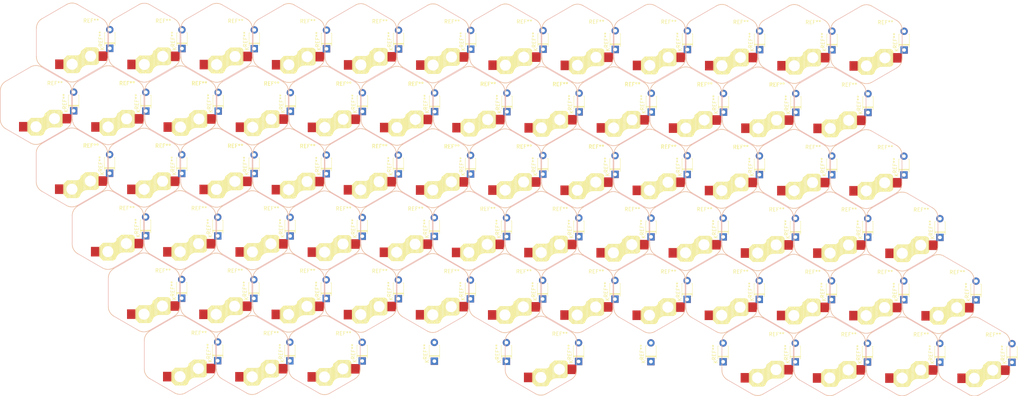
<source format=kicad_pcb>
(kicad_pcb (version 20221018) (generator pcbnew)
  (layers (0 "F.Cu" signal) (31 "B.Cu" signal) (34 "B.Paste" user) (35 "F.Paste" user) (36 "B.SilkS" user "B.Silkscreen") (37 "F.SilkS" user "F.Silkscreen") (38 "B.Mask" user) (39 "F.Mask" user) (44 "Edge.Cuts" user))
  (net 0 "")
  (footprint "s-ol:PG1350_hotswap" (layer "F.Cu") (at 128.05 66.52)
    (fp_text reference "REF**" (at 7.4 -5.9 unlocked) (layer "F.SilkS") (effects (justify right)))
    (fp_text value "PG1350_hotswap")
    (pad "" np_thru_hole circle (at -5.5 0 270) (size 1.9 1.9) (drill 1.9) (layers "*.Cu"))
    (pad "" np_thru_hole circle (at 0 0 270) (size 3.5 3.5) (drill 3.5) (layers "*.Cu"))
    (pad "" np_thru_hole circle (at 0 5.9 270) (size 3 3) (drill 3) (layers "*.Cu" "*.Mask"))
    (pad "" np_thru_hole circle (at 5 3.7 270) (size 3 3) (drill 3) (layers "*.Cu" "*.Mask"))
    (pad "" np_thru_hole circle (at 5.5 0 270) (size 1.9 1.9) (drill 1.9) (layers "*.Cu"))
    (pad "1" smd rect (at 8.3 3.7 180) (size 2.6 2.6) (layers "F.Cu" "F.Paste" "F.Mask"))
    (pad "2" smd rect (at -3.3 5.9 180) (size 2.6 2.6) (layers "F.Cu" "F.Paste" "F.Mask"))
  )
  (footprint "Diode_THT:D_T-1_P5.08mm_Horizontal" (layer "F.Cu") (at 196.93 102.09 90)
    (fp_text reference "REF**" (at 2.54 -2.42 90) (layer "F.SilkS"))
    (fp_text value "D_T-1_P5.08mm_Horizontal")
    (fp_text user "K" (at 0 -2 90) (layer "F.SilkS"))
    (pad "1" thru_hole rect (at 0 0 90) (size 2 2) (drill 1) (layers "*.Cu" "*.Mask"))
    (pad "2" thru_hole oval (at 5.08 0 90) (size 2 2) (drill 1) (layers "*.Cu" "*.Mask"))
  )
  (footprint "Diode_THT:D_T-1_P5.08mm_Horizontal" (layer "F.Cu") (at 138.18 135.84 90)
    (fp_text reference "REF**" (at 2.54 -2.42 90) (layer "F.SilkS"))
    (fp_text value "D_T-1_P5.08mm_Horizontal")
    (fp_text user "K" (at 0 -2 90) (layer "F.SilkS"))
    (pad "1" thru_hole rect (at 0 0 90) (size 2 2) (drill 1) (layers "*.Cu" "*.Mask"))
    (pad "2" thru_hole oval (at 5.08 0 90) (size 2 2) (drill 1) (layers "*.Cu" "*.Mask"))
  )
  (footprint "s-ol:PG1350_hotswap" (layer "F.Cu") (at 88.92 100.32)
    (fp_text reference "REF**" (at 7.4 -5.9 unlocked) (layer "F.SilkS") (effects (justify right)))
    (fp_text value "PG1350_hotswap")
    (pad "" np_thru_hole circle (at -5.5 0 270) (size 1.9 1.9) (drill 1.9) (layers "*.Cu"))
    (pad "" np_thru_hole circle (at 0 0 270) (size 3.5 3.5) (drill 3.5) (layers "*.Cu"))
    (pad "" np_thru_hole circle (at 0 5.9 270) (size 3 3) (drill 3) (layers "*.Cu" "*.Mask"))
    (pad "" np_thru_hole circle (at 5 3.7 270) (size 3 3) (drill 3) (layers "*.Cu" "*.Mask"))
    (pad "" np_thru_hole circle (at 5.5 0 270) (size 1.9 1.9) (drill 1.9) (layers "*.Cu"))
    (pad "1" smd rect (at 8.3 3.7 180) (size 2.6 2.6) (layers "F.Cu" "F.Paste" "F.Mask"))
    (pad "2" smd rect (at -3.3 5.9 180) (size 2.6 2.6) (layers "F.Cu" "F.Paste" "F.Mask"))
  )
  (footprint "s-ol:PG1350_hotswap" (layer "F.Cu") (at 98.64 151.12)
    (fp_text reference "REF**" (at 7.4 -5.9 unlocked) (layer "F.SilkS") (effects (justify right)))
    (fp_text value "PG1350_hotswap")
    (pad "" np_thru_hole circle (at -5.5 0 270) (size 1.9 1.9) (drill 1.9) (layers "*.Cu"))
    (pad "" np_thru_hole circle (at 0 0 270) (size 3.5 3.5) (drill 3.5) (layers "*.Cu"))
    (pad "" np_thru_hole circle (at 0 5.9 270) (size 3 3) (drill 3) (layers "*.Cu" "*.Mask"))
    (pad "" np_thru_hole circle (at 5 3.7 270) (size 3 3) (drill 3) (layers "*.Cu" "*.Mask"))
    (pad "" np_thru_hole circle (at 5.5 0 270) (size 1.9 1.9) (drill 1.9) (layers "*.Cu"))
    (pad "1" smd rect (at 8.3 3.7 180) (size 2.6 2.6) (layers "F.Cu" "F.Paste" "F.Mask"))
    (pad "2" smd rect (at -3.3 5.9 180) (size 2.6 2.6) (layers "F.Cu" "F.Paste" "F.Mask"))
  )
  (footprint "Diode_THT:D_T-1_P5.08mm_Horizontal" (layer "F.Cu") (at 196.9 135.97 90)
    (fp_text reference "REF**" (at 2.54 -2.42 90) (layer "F.SilkS"))
    (fp_text value "D_T-1_P5.08mm_Horizontal")
    (fp_text user "K" (at 0 -2 90) (layer "F.SilkS"))
    (pad "1" thru_hole rect (at 0 0 90) (size 2 2) (drill 1) (layers "*.Cu" "*.Mask"))
    (pad "2" thru_hole oval (at 5.08 0 90) (size 2 2) (drill 1) (layers "*.Cu" "*.Mask"))
  )
  (footprint "Diode_THT:D_T-1_P5.08mm_Horizontal" (layer "F.Cu") (at 79.5 135.72 90)
    (fp_text reference "REF**" (at 2.54 -2.42 90) (layer "F.SilkS"))
    (fp_text value "D_T-1_P5.08mm_Horizontal")
    (fp_text user "K" (at 0 -2 90) (layer "F.SilkS"))
    (pad "1" thru_hole rect (at 0 0 90) (size 2 2) (drill 1) (layers "*.Cu" "*.Mask"))
    (pad "2" thru_hole oval (at 5.08 0 90) (size 2 2) (drill 1) (layers "*.Cu" "*.Mask"))
  )
  (footprint "s-ol:PG1350_hotswap" (layer "F.Cu") (at 59.62 83.33)
    (fp_text reference "REF**" (at 7.4 -5.9 unlocked) (layer "F.SilkS") (effects (justify right)))
    (fp_text value "PG1350_hotswap")
    (pad "" np_thru_hole circle (at -5.5 0 270) (size 1.9 1.9) (drill 1.9) (layers "*.Cu"))
    (pad "" np_thru_hole circle (at 0 0 270) (size 3.5 3.5) (drill 3.5) (layers "*.Cu"))
    (pad "" np_thru_hole circle (at 0 5.9 270) (size 3 3) (drill 3) (layers "*.Cu" "*.Mask"))
    (pad "" np_thru_hole circle (at 5 3.7 270) (size 3 3) (drill 3) (layers "*.Cu" "*.Mask"))
    (pad "" np_thru_hole circle (at 5.5 0 270) (size 1.9 1.9) (drill 1.9) (layers "*.Cu"))
    (pad "1" smd rect (at 8.3 3.7 180) (size 2.6 2.6) (layers "F.Cu" "F.Paste" "F.Mask"))
    (pad "2" smd rect (at -3.3 5.9 180) (size 2.6 2.6) (layers "F.Cu" "F.Paste" "F.Mask"))
  )
  (footprint "s-ol:PG1350_hotswap" (layer "F.Cu") (at 39.95 117.14)
    (fp_text reference "REF**" (at 7.4 -5.9 unlocked) (layer "F.SilkS") (effects (justify right)))
    (fp_text value "PG1350_hotswap")
    (pad "" np_thru_hole circle (at -5.5 0 270) (size 1.9 1.9) (drill 1.9) (layers "*.Cu"))
    (pad "" np_thru_hole circle (at 0 0 270) (size 3.5 3.5) (drill 3.5) (layers "*.Cu"))
    (pad "" np_thru_hole circle (at 0 5.9 270) (size 3 3) (drill 3) (layers "*.Cu" "*.Mask"))
    (pad "" np_thru_hole circle (at 5 3.7 270) (size 3 3) (drill 3) (layers "*.Cu" "*.Mask"))
    (pad "" np_thru_hole circle (at 5.5 0 270) (size 1.9 1.9) (drill 1.9) (layers "*.Cu"))
    (pad "1" smd rect (at 8.3 3.7 180) (size 2.6 2.6) (layers "F.Cu" "F.Paste" "F.Mask"))
    (pad "2" smd rect (at -3.3 5.9 180) (size 2.6 2.6) (layers "F.Cu" "F.Paste" "F.Mask"))
  )
  (footprint "Diode_THT:D_T-1_P5.08mm_Horizontal" (layer "F.Cu") (at 226.35 85.23 90)
    (fp_text reference "REF**" (at 2.54 -2.42 90) (layer "F.SilkS"))
    (fp_text value "D_T-1_P5.08mm_Horizontal")
    (fp_text user "K" (at 0 -2 90) (layer "F.SilkS"))
    (pad "1" thru_hole rect (at 0 0 90) (size 2 2) (drill 1) (layers "*.Cu" "*.Mask"))
    (pad "2" thru_hole oval (at 5.08 0 90) (size 2 2) (drill 1) (layers "*.Cu" "*.Mask"))
  )
  (footprint "s-ol:PG1350_hotswap" (layer "F.Cu") (at 225.81 134.46)
    (fp_text reference "REF**" (at 7.4 -5.9 unlocked) (layer "F.SilkS") (effects (justify right)))
    (fp_text value "PG1350_hotswap")
    (pad "" np_thru_hole circle (at -5.5 0 270) (size 1.9 1.9) (drill 1.9) (layers "*.Cu"))
    (pad "" np_thru_hole circle (at 0 0 270) (size 3.5 3.5) (drill 3.5) (layers "*.Cu"))
    (pad "" np_thru_hole circle (at 0 5.9 270) (size 3 3) (drill 3) (layers "*.Cu" "*.Mask"))
    (pad "" np_thru_hole circle (at 5 3.7 270) (size 3 3) (drill 3) (layers "*.Cu" "*.Mask"))
    (pad "" np_thru_hole circle (at 5.5 0 270) (size 1.9 1.9) (drill 1.9) (layers "*.Cu"))
    (pad "1" smd rect (at 8.3 3.7 180) (size 2.6 2.6) (layers "F.Cu" "F.Paste" "F.Mask"))
    (pad "2" smd rect (at -3.3 5.9 180) (size 2.6 2.6) (layers "F.Cu" "F.Paste" "F.Mask"))
  )
  (footprint "Diode_THT:D_T-1_P5.08mm_Horizontal" (layer "F.Cu") (at 216.54 68.25 90)
    (fp_text reference "REF**" (at 2.54 -2.42 90) (layer "F.SilkS"))
    (fp_text value "D_T-1_P5.08mm_Horizontal")
    (fp_text user "K" (at 0 -2 90) (layer "F.SilkS"))
    (pad "1" thru_hole rect (at 0 0 90) (size 2 2) (drill 1) (layers "*.Cu" "*.Mask"))
    (pad "2" thru_hole oval (at 5.08 0 90) (size 2 2) (drill 1) (layers "*.Cu" "*.Mask"))
  )
  (footprint "Diode_THT:D_T-1_P5.08mm_Horizontal" (layer "F.Cu") (at 118.65 101.94 90)
    (fp_text reference "REF**" (at 2.54 -2.42 90) (layer "F.SilkS"))
    (fp_text value "D_T-1_P5.08mm_Horizontal")
    (fp_text user "K" (at 0 -2 90) (layer "F.SilkS"))
    (pad "1" thru_hole rect (at 0 0 90) (size 2 2) (drill 1) (layers "*.Cu" "*.Mask"))
    (pad "2" thru_hole oval (at 5.08 0 90) (size 2 2) (drill 1) (layers "*.Cu" "*.Mask"))
  )
  (footprint "Diode_THT:D_T-1_P5.08mm_Horizontal" (layer "F.Cu") (at 108.85 152.7 90)
    (fp_text reference "REF**" (at 2.54 -2.42 90) (layer "F.SilkS"))
    (fp_text value "D_T-1_P5.08mm_Horizontal")
    (fp_text user "K" (at 0 -2 90) (layer "F.SilkS"))
    (pad "1" thru_hole rect (at 0 0 90) (size 2 2) (drill 1) (layers "*.Cu" "*.Mask"))
    (pad "2" thru_hole oval (at 5.08 0 90) (size 2 2) (drill 1) (layers "*.Cu" "*.Mask"))
  )
  (footprint "Diode_THT:D_T-1_P5.08mm_Horizontal" (layer "F.Cu") (at 50.23 84.88 90)
    (fp_text reference "REF**" (at 2.54 -2.42 90) (layer "F.SilkS"))
    (fp_text value "D_T-1_P5.08mm_Horizontal")
    (fp_text user "K" (at 0 -2 90) (layer "F.SilkS"))
    (pad "1" thru_hole rect (at 0 0 90) (size 2 2) (drill 1) (layers "*.Cu" "*.Mask"))
    (pad "2" thru_hole oval (at 5.08 0 90) (size 2 2) (drill 1) (layers "*.Cu" "*.Mask"))
  )
  (footprint "s-ol:PG1350_hotswap" (layer "F.Cu") (at 137.75 117.36)
    (fp_text reference "REF**" (at 7.4 -5.9 unlocked) (layer "F.SilkS") (effects (justify right)))
    (fp_text value "PG1350_hotswap")
    (pad "" np_thru_hole circle (at -5.5 0 270) (size 1.9 1.9) (drill 1.9) (layers "*.Cu"))
    (pad "" np_thru_hole circle (at 0 0 270) (size 3.5 3.5) (drill 3.5) (layers "*.Cu"))
    (pad "" np_thru_hole circle (at 0 5.9 270) (size 3 3) (drill 3) (layers "*.Cu" "*.Mask"))
    (pad "" np_thru_hole circle (at 5 3.7 270) (size 3 3) (drill 3) (layers "*.Cu" "*.Mask"))
    (pad "" np_thru_hole circle (at 5.5 0 270) (size 1.9 1.9) (drill 1.9) (layers "*.Cu"))
    (pad "1" smd rect (at 8.3 3.7 180) (size 2.6 2.6) (layers "F.Cu" "F.Paste" "F.Mask"))
    (pad "2" smd rect (at -3.3 5.9 180) (size 2.6 2.6) (layers "F.Cu" "F.Paste" "F.Mask"))
  )
  (footprint "s-ol:PG1350_hotswap" (layer "F.Cu") (at 69.41 66.38)
    (fp_text reference "REF**" (at 7.4 -5.9 unlocked) (layer "F.SilkS") (effects (justify right)))
    (fp_text value "PG1350_hotswap")
    (pad "" np_thru_hole circle (at -5.5 0 270) (size 1.9 1.9) (drill 1.9) (layers "*.Cu"))
    (pad "" np_thru_hole circle (at 0 0 270) (size 3.5 3.5) (drill 3.5) (layers "*.Cu"))
    (pad "" np_thru_hole circle (at 0 5.9 270) (size 3 3) (drill 3) (layers "*.Cu" "*.Mask"))
    (pad "" np_thru_hole circle (at 5 3.7 270) (size 3 3) (drill 3) (layers "*.Cu" "*.Mask"))
    (pad "" np_thru_hole circle (at 5.5 0 270) (size 1.9 1.9) (drill 1.9) (layers "*.Cu"))
    (pad "1" smd rect (at 8.3 3.7 180) (size 2.6 2.6) (layers "F.Cu" "F.Paste" "F.Mask"))
    (pad "2" smd rect (at -3.3 5.9 180) (size 2.6 2.6) (layers "F.Cu" "F.Paste" "F.Mask"))
  )
  (footprint "s-ol:PG1350_hotswap" (layer "F.Cu") (at 255.16 151.44)
    (fp_text reference "REF**" (at 7.4 -5.9 unlocked) (layer "F.SilkS") (effects (justify right)))
    (fp_text value "PG1350_hotswap")
    (pad "" np_thru_hole circle (at -5.5 0 270) (size 1.9 1.9) (drill 1.9) (layers "*.Cu"))
    (pad "" np_thru_hole circle (at 0 0 270) (size 3.5 3.5) (drill 3.5) (layers "*.Cu"))
    (pad "" np_thru_hole circle (at 0 5.9 270) (size 3 3) (drill 3) (layers "*.Cu" "*.Mask"))
    (pad "" np_thru_hole circle (at 5 3.7 270) (size 3 3) (drill 3) (layers "*.Cu" "*.Mask"))
    (pad "" np_thru_hole circle (at 5.5 0 270) (size 1.9 1.9) (drill 1.9) (layers "*.Cu"))
    (pad "1" smd rect (at 8.3 3.7 180) (size 2.6 2.6) (layers "F.Cu" "F.Paste" "F.Mask"))
    (pad "2" smd rect (at -3.3 5.9 180) (size 2.6 2.6) (layers "F.Cu" "F.Paste" "F.Mask"))
  )
  (footprint "s-ol:PG1350_hotswap" (layer "F.Cu") (at 167.13 134.34)
    (fp_text reference "REF**" (at 7.4 -5.9 unlocked) (layer "F.SilkS") (effects (justify right)))
    (fp_text value "PG1350_hotswap")
    (pad "" np_thru_hole circle (at -5.5 0 270) (size 1.9 1.9) (drill 1.9) (layers "*.Cu"))
    (pad "" np_thru_hole circle (at 0 0 270) (size 3.5 3.5) (drill 3.5) (layers "*.Cu"))
    (pad "" np_thru_hole circle (at 0 5.9 270) (size 3 3) (drill 3) (layers "*.Cu" "*.Mask"))
    (pad "" np_thru_hole circle (at 5 3.7 270) (size 3 3) (drill 3) (layers "*.Cu" "*.Mask"))
    (pad "" np_thru_hole circle (at 5.5 0 270) (size 1.9 1.9) (drill 1.9) (layers "*.Cu"))
    (pad "1" smd rect (at 8.3 3.7 180) (size 2.6 2.6) (layers "F.Cu" "F.Paste" "F.Mask"))
    (pad "2" smd rect (at -3.3 5.9 180) (size 2.6 2.6) (layers "F.Cu" "F.Paste" "F.Mask"))
  )
  (footprint "s-ol:PG1350_hotswap" (layer "F.Cu") (at 157.42 83.55)
    (fp_text reference "REF**" (at 7.4 -5.9 unlocked) (layer "F.SilkS") (effects (justify right)))
    (fp_text value "PG1350_hotswap")
    (pad "" np_thru_hole circle (at -5.5 0 270) (size 1.9 1.9) (drill 1.9) (layers "*.Cu"))
    (pad "" np_thru_hole circle (at 0 0 270) (size 3.5 3.5) (drill 3.5) (layers "*.Cu"))
    (pad "" np_thru_hole circle (at 0 5.9 270) (size 3 3) (drill 3) (layers "*.Cu" "*.Mask"))
    (pad "" np_thru_hole circle (at 5 3.7 270) (size 3 3) (drill 3) (layers "*.Cu" "*.Mask"))
    (pad "" np_thru_hole circle (at 5.5 0 270) (size 1.9 1.9) (drill 1.9) (layers "*.Cu"))
    (pad "1" smd rect (at 8.3 3.7 180) (size 2.6 2.6) (layers "F.Cu" "F.Paste" "F.Mask"))
    (pad "2" smd rect (at -3.3 5.9 180) (size 2.6 2.6) (layers "F.Cu" "F.Paste" "F.Mask"))
  )
  (footprint "Diode_THT:D_T-1_P5.08mm_Horizontal" (layer "F.Cu") (at 245.77 152.99 90)
    (fp_text reference "REF**" (at 2.54 -2.42 90) (layer "F.SilkS"))
    (fp_text value "D_T-1_P5.08mm_Horizontal")
    (fp_text user "K" (at 0 -2 90) (layer "F.SilkS"))
    (pad "1" thru_hole rect (at 0 0 90) (size 2 2) (drill 1) (layers "*.Cu" "*.Mask"))
    (pad "2" thru_hole oval (at 5.08 0 90) (size 2 2) (drill 1) (layers "*.Cu" "*.Mask"))
  )
  (footprint "s-ol:PG1350_hotswap" (layer "F.Cu") (at 206.25 134.41)
    (fp_text reference "REF**" (at 7.4 -5.9 unlocked) (layer "F.SilkS") (effects (justify right)))
    (fp_text value "PG1350_hotswap")
    (pad "" np_thru_hole circle (at -5.5 0 270) (size 1.9 1.9) (drill 1.9) (layers "*.Cu"))
    (pad "" np_thru_hole circle (at 0 0 270) (size 3.5 3.5) (drill 3.5) (layers "*.Cu"))
    (pad "" np_thru_hole circle (at 0 5.9 270) (size 3 3) (drill 3) (layers "*.Cu" "*.Mask"))
    (pad "" np_thru_hole circle (at 5 3.7 270) (size 3 3) (drill 3) (layers "*.Cu" "*.Mask"))
    (pad "" np_thru_hole circle (at 5.5 0 270) (size 1.9 1.9) (drill 1.9) (layers "*.Cu"))
    (pad "1" smd rect (at 8.3 3.7 180) (size 2.6 2.6) (layers "F.Cu" "F.Paste" "F.Mask"))
    (pad "2" smd rect (at -3.3 5.9 180) (size 2.6 2.6) (layers "F.Cu" "F.Paste" "F.Mask"))
  )
  (footprint "Diode_THT:D_T-1_P5.08mm_Horizontal" (layer "F.Cu") (at 206.75 85.2 90)
    (fp_text reference "REF**" (at 2.54 -2.42 90) (layer "F.SilkS"))
    (fp_text value "D_T-1_P5.08mm_Horizontal")
    (fp_text user "K" (at 0 -2 90) (layer "F.SilkS"))
    (pad "1" thru_hole rect (at 0 0 90) (size 2 2) (drill 1) (layers "*.Cu" "*.Mask"))
    (pad "2" thru_hole oval (at 5.08 0 90) (size 2 2) (drill 1) (layers "*.Cu" "*.Mask"))
  )
  (footprint "s-ol:PG1350_hotswap" (layer "F.Cu") (at 264.97 134.54)
    (fp_text reference "REF**" (at 7.4 -5.9 unlocked) (layer "F.SilkS") (effects (justify right)))
    (fp_text value "PG1350_hotswap")
    (pad "" np_thru_hole circle (at -5.5 0 270) (size 1.9 1.9) (drill 1.9) (layers "*.Cu"))
    (pad "" np_thru_hole circle (at 0 0 270) (size 3.5 3.5) (drill 3.5) (layers "*.Cu"))
    (pad "" np_thru_hole circle (at 0 5.9 270) (size 3 3) (drill 3) (layers "*.Cu" "*.Mask"))
    (pad "" np_thru_hole circle (at 5 3.7 270) (size 3 3) (drill 3) (layers "*.Cu" "*.Mask"))
    (pad "" np_thru_hole circle (at 5.5 0 270) (size 1.9 1.9) (drill 1.9) (layers "*.Cu"))
    (pad "1" smd rect (at 8.3 3.7 180) (size 2.6 2.6) (layers "F.Cu" "F.Paste" "F.Mask"))
    (pad "2" smd rect (at -3.3 5.9 180) (size 2.6 2.6) (layers "F.Cu" "F.Paste" "F.Mask"))
  )
  (footprint "s-ol:PG1350_hotswap" (layer "F.Cu") (at 137.86 83.5)
    (fp_text reference "REF**" (at 7.4 -5.9 unlocked) (layer "F.SilkS") (effects (justify right)))
    (fp_text value "PG1350_hotswap")
    (pad "" np_thru_hole circle (at -5.5 0 270) (size 1.9 1.9) (drill 1.9) (layers "*.Cu"))
    (pad "" np_thru_hole circle (at 0 0 270) (size 3.5 3.5) (drill 3.5) (layers "*.Cu"))
    (pad "" np_thru_hole circle (at 0 5.9 270) (size 3 3) (drill 3) (layers "*.Cu" "*.Mask"))
    (pad "" np_thru_hole circle (at 5 3.7 270) (size 3 3) (drill 3) (layers "*.Cu" "*.Mask"))
    (pad "" np_thru_hole circle (at 5.5 0 270) (size 1.9 1.9) (drill 1.9) (layers "*.Cu"))
    (pad "1" smd rect (at 8.3 3.7 180) (size 2.6 2.6) (layers "F.Cu" "F.Paste" "F.Mask"))
    (pad "2" smd rect (at -3.3 5.9 180) (size 2.6 2.6) (layers "F.Cu" "F.Paste" "F.Mask"))
  )
  (footprint "Diode_THT:D_T-1_P5.08mm_Horizontal" (layer "F.Cu") (at 69.83 84.91 90)
    (fp_text reference "REF**" (at 2.54 -2.42 90) (layer "F.SilkS"))
    (fp_text value "D_T-1_P5.08mm_Horizontal")
    (fp_text user "K" (at 0 -2 90) (layer "F.SilkS"))
    (pad "1" thru_hole rect (at 0 0 90) (size 2 2) (drill 1) (layers "*.Cu" "*.Mask"))
    (pad "2" thru_hole oval (at 5.08 0 90) (size 2 2) (drill 1) (layers "*.Cu" "*.Mask"))
  )
  (footprint "s-ol:PG1350_hotswap" (layer "F.Cu") (at 118.26 83.47)
    (fp_text reference "REF**" (at 7.4 -5.9 unlocked) (layer "F.SilkS") (effects (justify right)))
    (fp_text value "PG1350_hotswap")
    (pad "" np_thru_hole circle (at -5.5 0 270) (size 1.9 1.9) (drill 1.9) (layers "*.Cu"))
    (pad "" np_thru_hole circle (at 0 0 270) (size 3.5 3.5) (drill 3.5) (layers "*.Cu"))
    (pad "" np_thru_hole circle (at 0 5.9 270) (size 3 3) (drill 3) (layers "*.Cu" "*.Mask"))
    (pad "" np_thru_hole circle (at 5 3.7 270) (size 3 3) (drill 3) (layers "*.Cu" "*.Mask"))
    (pad "" np_thru_hole circle (at 5.5 0 270) (size 1.9 1.9) (drill 1.9) (layers "*.Cu"))
    (pad "1" smd rect (at 8.3 3.7 180) (size 2.6 2.6) (layers "F.Cu" "F.Paste" "F.Mask"))
    (pad "2" smd rect (at -3.3 5.9 180) (size 2.6 2.6) (layers "F.Cu" "F.Paste" "F.Mask"))
  )
  (footprint "Diode_THT:D_T-1_P5.08mm_Horizontal" (layer "F.Cu") (at 99.18 68.01 90)
    (fp_text reference "REF**" (at 2.54 -2.42 90) (layer "F.SilkS"))
    (fp_text value "D_T-1_P5.08mm_Horizontal")
    (fp_text user "K" (at 0 -2 90) (layer "F.SilkS"))
    (pad "1" thru_hole rect (at 0 0 90) (size 2 2) (drill 1) (layers "*.Cu" "*.Mask"))
    (pad "2" thru_hole oval (at 5.08 0 90) (size 2 2) (drill 1) (layers "*.Cu" "*.Mask"))
  )
  (footprint "s-ol:PG1350_hotswap" (layer "F.Cu") (at 186.69 134.39)
    (fp_text reference "REF**" (at 7.4 -5.9 unlocked) (layer "F.SilkS") (effects (justify right)))
    (fp_text value "PG1350_hotswap")
    (pad "" np_thru_hole circle (at -5.5 0 270) (size 1.9 1.9) (drill 1.9) (layers "*.Cu"))
    (pad "" np_thru_hole circle (at 0 0 270) (size 3.5 3.5) (drill 3.5) (layers "*.Cu"))
    (pad "" np_thru_hole circle (at 0 5.9 270) (size 3 3) (drill 3) (layers "*.Cu" "*.Mask"))
    (pad "" np_thru_hole circle (at 5 3.7 270) (size 3 3) (drill 3) (layers "*.Cu" "*.Mask"))
    (pad "" np_thru_hole circle (at 5.5 0 270) (size 1.9 1.9) (drill 1.9) (layers "*.Cu"))
    (pad "1" smd rect (at 8.3 3.7 180) (size 2.6 2.6) (layers "F.Cu" "F.Paste" "F.Mask"))
    (pad "2" smd rect (at -3.3 5.9 180) (size 2.6 2.6) (layers "F.Cu" "F.Paste" "F.Mask"))
  )
  (footprint "s-ol:PG1350_hotswap" (layer "F.Cu") (at 225.88 100.59)
    (fp_text reference "REF**" (at 7.4 -5.9 unlocked) (layer "F.SilkS") (effects (justify right)))
    (fp_text value "PG1350_hotswap")
    (pad "" np_thru_hole circle (at -5.5 0 270) (size 1.9 1.9) (drill 1.9) (layers "*.Cu"))
    (pad "" np_thru_hole circle (at 0 0 270) (size 3.5 3.5) (drill 3.5) (layers "*.Cu"))
    (pad "" np_thru_hole circle (at 0 5.9 270) (size 3 3) (drill 3) (layers "*.Cu" "*.Mask"))
    (pad "" np_thru_hole circle (at 5 3.7 270) (size 3 3) (drill 3) (layers "*.Cu" "*.Mask"))
    (pad "" np_thru_hole circle (at 5.5 0 270) (size 1.9 1.9) (drill 1.9) (layers "*.Cu"))
    (pad "1" smd rect (at 8.3 3.7 180) (size 2.6 2.6) (layers "F.Cu" "F.Paste" "F.Mask"))
    (pad "2" smd rect (at -3.3 5.9 180) (size 2.6 2.6) (layers "F.Cu" "F.Paste" "F.Mask"))
  )
  (footprint "Diode_THT:D_T-1_P5.08mm_Horizontal" (layer "F.Cu") (at 108.88 118.85 90)
    (fp_text reference "REF**" (at 2.54 -2.42 90) (layer "F.SilkS"))
    (fp_text value "D_T-1_P5.08mm_Horizontal")
    (fp_text user "K" (at 0 -2 90) (layer "F.SilkS"))
    (pad "1" thru_hole rect (at 0 0 90) (size 2 2) (drill 1) (layers "*.Cu" "*.Mask"))
    (pad "2" thru_hole oval (at 5.08 0 90) (size 2 2) (drill 1) (layers "*.Cu" "*.Mask"))
  )
  (footprint "s-ol:PG1350_hotswap" (layer "F.Cu") (at 118.19 117.31)
    (fp_text reference "REF**" (at 7.4 -5.9 unlocked) (layer "F.SilkS") (effects (justify right)))
    (fp_text value "PG1350_hotswap")
    (pad "" np_thru_hole circle (at -5.5 0 270) (size 1.9 1.9) (drill 1.9) (layers "*.Cu"))
    (pad "" np_thru_hole circle (at 0 0 270) (size 3.5 3.5) (drill 3.5) (layers "*.Cu"))
    (pad "" np_thru_hole circle (at 0 5.9 270) (size 3 3) (drill 3) (layers "*.Cu" "*.Mask"))
    (pad "" np_thru_hole circle (at 5 3.7 270) (size 3 3) (drill 3) (layers "*.Cu" "*.Mask"))
    (pad "" np_thru_hole circle (at 5.5 0 270) (size 1.9 1.9) (drill 1.9) (layers "*.Cu"))
    (pad "1" smd rect (at 8.3 3.7 180) (size 2.6 2.6) (layers "F.Cu" "F.Paste" "F.Mask"))
    (pad "2" smd rect (at -3.3 5.9 180) (size 2.6 2.6) (layers "F.Cu" "F.Paste" "F.Mask"))
  )
  (footprint "s-ol:PG1350_hotswap" (layer "F.Cu") (at 128 100.41)
    (fp_text reference "REF**" (at 7.4 -5.9 unlocked) (layer "F.SilkS") (effects (justify right)))
    (fp_text value "PG1350_hotswap")
    (pad "" np_thru_hole circle (at -5.5 0 270) (size 1.9 1.9) (drill 1.9) (layers "*.Cu"))
    (pad "" np_thru_hole circle (at 0 0 270) (size 3.5 3.5) (drill 3.5) (layers "*.Cu"))
    (pad "" np_thru_hole circle (at 0 5.9 270) (size 3 3) (drill 3) (layers "*.Cu" "*.Mask"))
    (pad "" np_thru_hole circle (at 5 3.7 270) (size 3 3) (drill 3) (layers "*.Cu" "*.Mask"))
    (pad "" np_thru_hole circle (at 5.5 0 270) (size 1.9 1.9) (drill 1.9) (layers "*.Cu"))
    (pad "1" smd rect (at 8.3 3.7 180) (size 2.6 2.6) (layers "F.Cu" "F.Paste" "F.Mask"))
    (pad "2" smd rect (at -3.3 5.9 180) (size 2.6 2.6) (layers "F.Cu" "F.Paste" "F.Mask"))
  )
  (footprint "s-ol:PG1350_hotswap" (layer "F.Cu") (at 108.45 134.22)
    (fp_text reference "REF**" (at 7.4 -5.9 unlocked) (layer "F.SilkS") (effects (justify right)))
    (fp_text value "PG1350_hotswap")
    (pad "" np_thru_hole circle (at -5.5 0 270) (size 1.9 1.9) (drill 1.9) (layers "*.Cu"))
    (pad "" np_thru_hole circle (at 0 0 270) (size 3.5 3.5) (drill 3.5) (layers "*.Cu"))
    (pad "" np_thru_hole circle (at 0 5.9 270) (size 3 3) (drill 3) (layers "*.Cu" "*.Mask"))
    (pad "" np_thru_hole circle (at 5 3.7 270) (size 3 3) (drill 3) (layers "*.Cu" "*.Mask"))
    (pad "" np_thru_hole circle (at 5.5 0 270) (size 1.9 1.9) (drill 1.9) (layers "*.Cu"))
    (pad "1" smd rect (at 8.3 3.7 180) (size 2.6 2.6) (layers "F.Cu" "F.Paste" "F.Mask"))
    (pad "2" smd rect (at -3.3 5.9 180) (size 2.6 2.6) (layers "F.Cu" "F.Paste" "F.Mask"))
  )
  (footprint "s-ol:PG1350_hotswap" (layer "F.Cu") (at 216.14 83.65)
    (fp_text reference "REF**" (at 7.4 -5.9 unlocked) (layer "F.SilkS") (effects (justify right)))
    (fp_text value "PG1350_hotswap")
    (pad "" np_thru_hole circle (at -5.5 0 270) (size 1.9 1.9) (drill 1.9) (layers "*.Cu"))
    (pad "" np_thru_hole circle (at 0 0 270) (size 3.5 3.5) (drill 3.5) (layers "*.Cu"))
    (pad "" np_thru_hole circle (at 0 5.9 270) (size 3 3) (drill 3) (layers "*.Cu" "*.Mask"))
    (pad "" np_thru_hole circle (at 5 3.7 270) (size 3 3) (drill 3) (layers "*.Cu" "*.Mask"))
    (pad "" np_thru_hole circle (at 5.5 0 270) (size 1.9 1.9) (drill 1.9) (layers "*.Cu"))
    (pad "1" smd rect (at 8.3 3.7 180) (size 2.6 2.6) (layers "F.Cu" "F.Paste" "F.Mask"))
    (pad "2" smd rect (at -3.3 5.9 180) (size 2.6 2.6) (layers "F.Cu" "F.Paste" "F.Mask"))
  )
  (footprint "s-ol:PG1350_hotswap" (layer "F.Cu") (at 147.65 66.55)
    (fp_text reference "REF**" (at 7.4 -5.9 unlocked) (layer "F.SilkS") (effects (justify right)))
    (fp_text value "PG1350_hotswap")
    (pad "" np_thru_hole circle (at -5.5 0 270) (size 1.9 1.9) (drill 1.9) (layers "*.Cu"))
    (pad "" np_thru_hole circle (at 0 0 270) (size 3.5 3.5) (drill 3.5) (layers "*.Cu"))
    (pad "" np_thru_hole circle (at 0 5.9 270) (size 3 3) (drill 3) (layers "*.Cu" "*.Mask"))
    (pad "" np_thru_hole circle (at 5 3.7 270) (size 3 3) (drill 3) (layers "*.Cu" "*.Mask"))
    (pad "" np_thru_hole circle (at 5.5 0 270) (size 1.9 1.9) (drill 1.9) (layers "*.Cu"))
    (pad "1" smd rect (at 8.3 3.7 180) (size 2.6 2.6) (layers "F.Cu" "F.Paste" "F.Mask"))
    (pad "2" smd rect (at -3.3 5.9 180) (size 2.6 2.6) (layers "F.Cu" "F.Paste" "F.Mask"))
  )
  (footprint "Diode_THT:D_T-1_P5.08mm_Horizontal" (layer "F.Cu") (at 157.74 135.89 90)
    (fp_text reference "REF**" (at 2.54 -2.42 90) (layer "F.SilkS"))
    (fp_text value "D_T-1_P5.08mm_Horizontal")
    (fp_text user "K" (at 0 -2 90) (layer "F.SilkS"))
    (pad "1" thru_hole rect (at 0 0 90) (size 2 2) (drill 1) (layers "*.Cu" "*.Mask"))
    (pad "2" thru_hole oval (at 5.08 0 90) (size 2 2) (drill 1) (layers "*.Cu" "*.Mask"))
  )
  (footprint "s-ol:PG1350_hotswap" (layer "F.Cu") (at 235.7 83.7)
    (fp_text reference "REF**" (at 7.4 -5.9 unlocked) (layer "F.SilkS") (effects (justify right)))
    (fp_text value "PG1350_hotswap")
    (pad "" np_thru_hole circle (at -5.5 0 270) (size 1.9 1.9) (drill 1.9) (layers "*.Cu"))
    (pad "" np_thru_hole circle (at 0 0 270) (size 3.5 3.5) (drill 3.5) (layers "*.Cu"))
    (pad "" np_thru_hole circle (at 0 5.9 270) (size 3 3) (drill 3) (layers "*.Cu" "*.Mask"))
    (pad "" np_thru_hole circle (at 5 3.7 270) (size 3 3) (drill 3) (layers "*.Cu" "*.Mask"))
    (pad "" np_thru_hole circle (at 5.5 0 270) (size 1.9 1.9) (drill 1.9) (layers "*.Cu"))
    (pad "1" smd rect (at 8.3 3.7 180) (size 2.6 2.6) (layers "F.Cu" "F.Paste" "F.Mask"))
    (pad "2" smd rect (at -3.3 5.9 180) (size 2.6 2.6) (layers "F.Cu" "F.Paste" "F.Mask"))
  )
  (footprint "Diode_THT:D_T-1_P5.08mm_Horizontal" (layer "F.Cu") (at 128.41 152.75 90)
    (fp_text reference "REF**" (at 2.54 -2.42 90) (layer "F.SilkS"))
    (fp_text value "D_T-1_P5.08mm_Horizontal")
    (fp_text user "K" (at 0 -2 90) (layer "F.SilkS"))
    (pad "1" thru_hole rect (at 0 0 90) (size 2 2) (drill 1) (layers "*.Cu" "*.Mask"))
    (pad "2" thru_hole oval (at 5.08 0 90) (size 2 2) (drill 1) (layers "*.Cu" "*.Mask"))
  )
  (footprint "s-ol:PG1350_hotswap" (layer "F.Cu") (at 255.19 117.59)
    (fp_text reference "REF**" (at 7.4 -5.9 unlocked) (layer "F.SilkS") (effects (justify right)))
    (fp_text value "PG1350_hotswap")
    (pad "" np_thru_hole circle (at -5.5 0 270) (size 1.9 1.9) (drill 1.9) (layers "*.Cu"))
    (pad "" np_thru_hole circle (at 0 0 270) (size 3.5 3.5) (drill 3.5) (layers "*.Cu"))
    (pad "" np_thru_hole circle (at 0 5.9 270) (size 3 3) (drill 3) (layers "*.Cu" "*.Mask"))
    (pad "" np_thru_hole circle (at 5 3.7 270) (size 3 3) (drill 3) (layers "*.Cu" "*.Mask"))
    (pad "" np_thru_hole circle (at 5.5 0 270) (size 1.9 1.9) (drill 1.9) (layers "*.Cu"))
    (pad "1" smd rect (at 8.3 3.7 180) (size 2.6 2.6) (layers "F.Cu" "F.Paste" "F.Mask"))
    (pad "2" smd rect (at -3.3 5.9 180) (size 2.6 2.6) (layers "F.Cu" "F.Paste" "F.Mask"))
  )
  (footprint "Diode_THT:D_T-1_P5.08mm_Horizontal" (layer "F.Cu") (at 40.41 101.77 90)
    (fp_text reference "REF**" (at 2.54 -2.42 90) (layer "F.SilkS"))
    (fp_text value "D_T-1_P5.08mm_Horizontal")
    (fp_text user "K" (at 0 -2 90) (layer "F.SilkS"))
    (pad "1" thru_hole rect (at 0 0 90) (size 2 2) (drill 1) (layers "*.Cu" "*.Mask"))
    (pad "2" thru_hole oval (at 5.08 0 90) (size 2 2) (drill 1) (layers "*.Cu" "*.Mask"))
  )
  (footprint "Diode_THT:D_T-1_P5.08mm_Horizontal" (layer "F.Cu") (at 255.65 102.22 90)
    (fp_text reference "REF**" (at 2.54 -2.42 90) (layer "F.SilkS"))
    (fp_text value "D_T-1_P5.08mm_Horizontal")
    (fp_text user "K" (at 0 -2 90) (layer "F.SilkS"))
    (pad "1" thru_hole rect (at 0 0 90) (size 2 2) (drill 1) (layers "*.Cu" "*.Mask"))
    (pad "2" thru_hole oval (at 5.08 0 90) (size 2 2) (drill 1) (layers "*.Cu" "*.Mask"))
  )
  (footprint "Diode_THT:D_T-1_P5.08mm_Horizontal" (layer "F.Cu") (at 99.13 101.9 90)
    (fp_text reference "REF**" (at 2.54 -2.42 90) (layer "F.SilkS"))
    (fp_text value "D_T-1_P5.08mm_Horizontal")
    (fp_text user "K" (at 0 -2 90) (layer "F.SilkS"))
    (pad "1" thru_hole rect (at 0 0 90) (size 2 2) (drill 1) (layers "*.Cu" "*.Mask"))
    (pad "2" thru_hole oval (at 5.08 0 90) (size 2 2) (drill 1) (layers "*.Cu" "*.Mask"))
  )
  (footprint "Diode_THT:D_T-1_P5.08mm_Horizontal" (layer "F.Cu") (at 265.4 119.17 90)
    (fp_text reference "REF**" (at 2.54 -2.42 90) (layer "F.SilkS"))
    (fp_text value "D_T-1_P5.08mm_Horizontal")
    (fp_text user "K" (at 0 -2 90) (layer "F.SilkS"))
    (pad "1" thru_hole rect (at 0 0 90) (size 2 2) (drill 1) (layers "*.Cu" "*.Mask"))
    (pad "2" thru_hole oval (at 5.08 0 90) (size 2 2) (drill 1) (layers "*.Cu" "*.Mask"))
  )
  (footprint "Diode_THT:D_T-1_P5.08mm_Horizontal" (layer "F.Cu") (at 236.09 102.17 90)
    (fp_text reference "REF**" (at 2.54 -2.42 90) (layer "F.SilkS"))
    (fp_text value "D_T-1_P5.08mm_Horizontal")
    (fp_text user "K" (at 0 -2 90) (layer "F.SilkS"))
    (pad "1" thru_hole rect (at 0 0 90) (size 2 2) (drill 1) (layers "*.Cu" "*.Mask"))
    (pad "2" thru_hole oval (at 5.08 0 90) (size 2 2) (drill 1) (layers "*.Cu" "*.Mask"))
  )
  (footprint "s-ol:PG1350_hotswap" (layer "F.Cu") (at 20.46 83.25)
    (fp_text reference "REF**" (at 7.4 -5.9 unlocked) (layer "F.SilkS") (effects (justify right)))
    (fp_text value "PG1350_hotswap")
    (pad "" np_thru_hole circle (at -5.5 0 270) (size 1.9 1.9) (drill 1.9) (layers "*.Cu"))
    (pad "" np_thru_hole circle (at 0 0 270) (size 3.5 3.5) (drill 3.5) (layers "*.Cu"))
    (pad "" np_thru_hole circle (at 0 5.9 270) (size 3 3) (drill 3) (layers "*.Cu" "*.Mask"))
    (pad "" np_thru_hole circle (at 5 3.7 270) (size 3 3) (drill 3) (layers "*.Cu" "*.Mask"))
    (pad "" np_thru_hole circle (at 5.5 0 270) (size 1.9 1.9) (drill 1.9) (layers "*.Cu"))
    (pad "1" smd rect (at 8.3 3.7 180) (size 2.6 2.6) (layers "F.Cu" "F.Paste" "F.Mask"))
    (pad "2" smd rect (at -3.3 5.9 180) (size 2.6 2.6) (layers "F.Cu" "F.Paste" "F.Mask"))
  )
  (footprint "s-ol:PG1350_hotswap" (layer "F.Cu") (at 157.28 151.26)
    (fp_text reference "REF**" (at 7.4 -5.9 unlocked) (layer "F.SilkS") (effects (justify right)))
    (fp_text value "PG1350_hotswap")
    (pad "" np_thru_hole circle (at -5.5 0 270) (size 1.9 1.9) (drill 1.9) (layers "*.Cu"))
    (pad "" np_thru_hole circle (at 0 0 270) (size 3.5 3.5) (drill 3.5) (layers "*.Cu"))
    (pad "" np_thru_hole circle (at 0 5.9 270) (size 3 3) (drill 3) (layers "*.Cu" "*.Mask"))
    (pad "" np_thru_hole circle (at 5 3.7 270) (size 3 3) (drill 3) (layers "*.Cu" "*.Mask"))
    (pad "" np_thru_hole circle (at 5.5 0 270) (size 1.9 1.9) (drill 1.9) (layers "*.Cu"))
    (pad "1" smd rect (at 8.3 3.7 180) (size 2.6 2.6) (layers "F.Cu" "F.Paste" "F.Mask"))
    (pad "2" smd rect (at -3.3 5.9 180) (size 2.6 2.6) (layers "F.Cu" "F.Paste" "F.Mask"))
  )
  (footprint "s-ol:PG1350_hotswap" (layer "F.Cu") (at 69.29 134.14)
    (fp_text reference "REF**" (at 7.4 -5.9 unlocked) (layer "F.SilkS") (effects (justify right)))
    (fp_text value "PG1350_hotswap")
    (pad "" np_thru_hole circle (at -5.5 0 270) (size 1.9 1.9) (drill 1.9) (layers "*.Cu"))
    (pad "" np_thru_hole circle (at 0 0 270) (size 3.5 3.5) (drill 3.5) (layers "*.Cu"))
    (pad "" np_thru_hole circle (at 0 5.9 270) (size 3 3) (drill 3) (layers "*.Cu" "*.Mask"))
    (pad "" np_thru_hole circle (at 5 3.7 270) (size 3 3) (drill 3) (layers "*.Cu" "*.Mask"))
    (pad "" np_thru_hole circle (at 5.5 0 270) (size 1.9 1.9) (drill 1.9) (layers "*.Cu"))
    (pad "1" smd rect (at 8.3 3.7 180) (size 2.6 2.6) (layers "F.Cu" "F.Paste" "F.Mask"))
    (pad "2" smd rect (at -3.3 5.9 180) (size 2.6 2.6) (layers "F.Cu" "F.Paste" "F.Mask"))
  )
  (footprint "s-ol:PG1350_hotswap" (layer "F.Cu") (at 167.21 66.6)
    (fp_text reference "REF**" (at 7.4 -5.9 unlocked) (layer "F.SilkS") (effects (justify right)))
    (fp_text value "PG1350_hotswap")
    (pad "" np_thru_hole circle (at -5.5 0 270) (size 1.9 1.9) (drill 1.9) (layers "*.Cu"))
    (pad "" np_thru_hole circle (at 0 0 270) (size 3.5 3.5) (drill 3.5) (layers "*.Cu"))
    (pad "" np_thru_hole circle (at 0 5.9 270) (size 3 3) (drill 3) (layers "*.Cu" "*.Mask"))
    (pad "" np_thru_hole circle (at 5 3.7 270) (size 3 3) (drill 3) (layers "*.Cu" "*.Mask"))
    (pad "" np_thru_hole circle (at 5.5 0 270) (size 1.9 1.9) (drill 1.9) (layers "*.Cu"))
    (pad "1" smd rect (at 8.3 3.7 180) (size 2.6 2.6) (layers "F.Cu" "F.Paste" "F.Mask"))
    (pad "2" smd rect (at -3.3 5.9 180) (size 2.6 2.6) (layers "F.Cu" "F.Paste" "F.Mask"))
  )
  (footprint "Diode_THT:D_T-1_P5.08mm_Horizontal" (layer "F.Cu") (at 89.25 152.67 90)
    (fp_text reference "REF**" (at 2.54 -2.42 90) (layer "F.SilkS"))
    (fp_text value "D_T-1_P5.08mm_Horizontal")
    (fp_text user "K" (at 0 -2 90) (layer "F.SilkS"))
    (pad "1" thru_hole rect (at 0 0 90) (size 2 2) (drill 1) (layers "*.Cu" "*.Mask"))
    (pad "2" thru_hole oval (at 5.08 0 90) (size 2 2) (drill 1) (layers "*.Cu" "*.Mask"))
  )
  (footprint "Diode_THT:D_T-1_P5.08mm_Horizontal" (layer "F.Cu") (at 148.07 85.08 90)
    (fp_text reference "REF**" (at 2.54 -2.42 90) (layer "F.SilkS"))
    (fp_text value "D_T-1_P5.08mm_Horizontal")
    (fp_text user "K" (at 0 -2 90) (layer "F.SilkS"))
    (pad "1" thru_hole rect (at 0 0 90) (size 2 2) (drill 1) (layers "*.Cu" "*.Mask"))
    (pad "2" thru_hole oval (at 5.08 0 90) (size 2 2) (drill 1) (layers "*.Cu" "*.Mask"))
  )
  (footprint "Diode_THT:D_T-1_P5.08mm_Horizontal" (layer "F.Cu") (at 226.21 152.94 90)
    (fp_text reference "REF**" (at 2.54 -2.42 90) (layer "F.SilkS"))
    (fp_text value "D_T-1_P5.08mm_Horizontal")
    (fp_text user "K" (at 0 -2 90) (layer "F.SilkS"))
    (pad "1" thru_hole rect (at 0 0 90) (size 2 2) (drill 1) (layers "*.Cu" "*.Mask"))
    (pad "2" thru_hole oval (at 5.08 0 90) (size 2 2) (drill 1) (layers "*.Cu" "*.Mask"))
  )
  (footprint "Diode_THT:D_T-1_P5.08mm_Horizontal" (layer "F.Cu") (at 167.56 118.97 90)
    (fp_text reference "REF**" (at 2.54 -2.42 90) (layer "F.SilkS"))
    (fp_text value "D_T-1_P5.08mm_Horizontal")
    (fp_text user "K" (at 0 -2 90) (layer "F.SilkS"))
    (pad "1" thru_hole rect (at 0 0 90) (size 2 2) (drill 1) (layers "*.Cu" "*.Mask"))
    (pad "2" thru_hole oval (at 5.08 0 90) (size 2 2) (drill 1) (layers "*.Cu" "*.Mask"))
  )
  (footprint "s-ol:PG1350_hotswap" (layer "F.Cu") (at 157.35 117.39)
    (fp_text reference "REF**" (at 7.4 -5.9 unlocked) (layer "F.SilkS") (effects (justify right)))
    (fp_text value "PG1350_hotswap")
    (pad "" np_thru_hole circle (at -5.5 0 270) (size 1.9 1.9) (drill 1.9) (layers "*.Cu"))
    (pad "" np_thru_hole circle (at 0 0 270) (size 3.5 3.5) (drill 3.5) (layers "*.Cu"))
    (pad "" np_thru_hole circle (at 0 5.9 270) (size 3 3) (drill 3) (layers "*.Cu" "*.Mask"))
    (pad "" np_thru_hole circle (at 5 3.7 270) (size 3 3) (drill 3) (layers "*.Cu" "*.Mask"))
    (pad "" np_thru_hole circle (at 5.5 0 270) (size 1.9 1.9) (drill 1.9) (layers "*.Cu"))
    (pad "1" smd rect (at 8.3 3.7 180) (size 2.6 2.6) (layers "F.Cu" "F.Paste" "F.Mask"))
    (pad "2" smd rect (at -3.3 5.9 180) (size 2.6 2.6) (layers "F.Cu" "F.Paste" "F.Mask"))
  )
  (footprint "Diode_THT:D_T-1_P5.08mm_Horizontal" (layer "F.Cu") (at 236.14 68.28 90)
    (fp_text reference "REF**" (at 2.54 -2.42 90) (layer "F.SilkS"))
    (fp_text value "D_T-1_P5.08mm_Horizontal")
    (fp_text user "K" (at 0 -2 90) (layer "F.SilkS"))
    (pad "1" thru_hole rect (at 0 0 90) (size 2 2) (drill 1) (layers "*.Cu" "*.Mask"))
    (pad "2" thru_hole oval (at 5.08 0 90) (size 2 2) (drill 1) (layers "*.Cu" "*.Mask"))
  )
  (footprint "s-ol:PG1350_hotswap" (layer "F.Cu") (at 274.72 151.49)
    (fp_text reference "REF**" (at 7.4 -5.9 unlocked) (layer "F.SilkS") (effects (justify right)))
    (fp_text value "PG1350_hotswap")
    (pad "" np_thru_hole circle (at -5.5 0 270) (size 1.9 1.9) (drill 1.9) (layers "*.Cu"))
    (pad "" np_thru_hole circle (at 0 0 270) (size 3.5 3.5) (drill 3.5) (layers "*.Cu"))
    (pad "" np_thru_hole circle (at 0 5.9 270) (size 3 3) (drill 3) (layers "*.Cu" "*.Mask"))
    (pad "" np_thru_hole circle (at 5 3.7 270) (size 3 3) (drill 3) (layers "*.Cu" "*.Mask"))
    (pad "" np_thru_hole circle (at 5.5 0 270) (size 1.9 1.9) (drill 1.9) (layers "*.Cu"))
    (pad "1" smd rect (at 8.3 3.7 180) (size 2.6 2.6) (layers "F.Cu" "F.Paste" "F.Mask"))
    (pad "2" smd rect (at -3.3 5.9 180) (size 2.6 2.6) (layers "F.Cu" "F.Paste" "F.Mask"))
  )
  (footprint "Diode_THT:D_T-1_P5.08mm_Horizontal" (layer "F.Cu") (at 236.02 136.04 90)
    (fp_text reference "REF**" (at 2.54 -2.42 90) (layer "F.SilkS"))
    (fp_text value "D_T-1_P5.08mm_Horizontal")
    (fp_text user "K" (at 0 -2 90) (layer "F.SilkS"))
    (pad "1" thru_hole rect (at 0 0 90) (size 2 2) (drill 1) (layers "*.Cu" "*.Mask"))
    (pad "2" thru_hole oval (at 5.08 0 90) (size 2 2) (drill 1) (layers "*.Cu" "*.Mask"))
  )
  (footprint "Diode_THT:D_T-1_P5.08mm_Horizontal" (layer "F.Cu") (at 255.62 136.07 90)
    (fp_text reference "REF**" (at 2.54 -2.42 90) (layer "F.SilkS"))
    (fp_text value "D_T-1_P5.08mm_Horizontal")
    (fp_text user "K" (at 0 -2 90) (layer "F.SilkS"))
    (pad "1" thru_hole rect (at 0 0 90) (size 2 2) (drill 1) (layers "*.Cu" "*.Mask"))
    (pad "2" thru_hole oval (at 5.08 0 90) (size 2 2) (drill 1) (layers "*.Cu" "*.Mask"))
  )
  (footprint "Diode_THT:D_T-1_P5.08mm_Horizontal" (layer "F.Cu") (at 128.4 118.89 90)
    (fp_text reference "REF**" (at 2.54 -2.42 90) (layer "F.SilkS"))
    (fp_text value "D_T-1_P5.08mm_Horizontal")
    (fp_text user "K" (at 0 -2 90) (layer "F.SilkS"))
    (pad "1" thru_hole rect (at 0 0 90) (size 2 2) (drill 1) (layers "*.Cu" "*.Mask"))
    (pad "2" thru_hole oval (at 5.08 0 90) (size 2 2) (drill 1) (layers "*.Cu" "*.Mask"))
  )
  (footprint "Diode_THT:D_T-1_P5.08mm_Horizontal" (layer "F.Cu") (at 40.46 67.88 90)
    (fp_text reference "REF**" (at 2.54 -2.42 90) (layer "F.SilkS"))
    (fp_text value "D_T-1_P5.08mm_Horizontal")
    (fp_text user "K" (at 0 -2 90) (layer "F.SilkS"))
    (pad "1" thru_hole rect (at 0 0 90) (size 2 2) (drill 1) (layers "*.Cu" "*.Mask"))
    (pad "2" thru_hole oval (at 5.08 0 90) (size 2 2) (drill 1) (layers "*.Cu" "*.Mask"))
  )
  (footprint "Diode_THT:D_T-1_P5.08mm_Horizontal" (layer "F.Cu") (at 69.72 118.77 90)
    (fp_text reference "REF**" (at 2.54 -2.42 90) (layer "F.SilkS"))
    (fp_text value "D_T-1_P5.08mm_Horizontal")
    (fp_text user "K" (at 0 -2 90) (layer "F.SilkS"))
    (pad "1" thru_hole rect (at 0 0 90) (size 2 2) (drill 1) (layers "*.Cu" "*.Mask"))
    (pad "2" thru_hole oval (at 5.08 0 90) (size 2 2) (drill 1) (layers "*.Cu" "*.Mask"))
  )
  (footprint "Diode_THT:D_T-1_P5.08mm_Horizontal" (layer "F.Cu") (at 245.91 85.28 90)
    (fp_text reference "REF**" (at 2.54 -2.42 90) (layer "F.SilkS"))
    (fp_text value "D_T-1_P5.08mm_Horizontal")
    (fp_text user "K" (at 0 -2 90) (layer "F.SilkS"))
    (pad "1" thru_hole rect (at 0 0 90) (size 2 2) (drill 1) (layers "*.Cu" "*.Mask"))
    (pad "2" thru_hole oval (at 5.08 0 90) (size 2 2) (drill 1) (layers "*.Cu" "*.Mask"))
  )
  (footprint "Diode_THT:D_T-1_P5.08mm_Horizontal" (layer "F.Cu") (at 79.57 101.85 90)
    (fp_text reference "REF**" (at 2.54 -2.42 90) (layer "F.SilkS"))
    (fp_text value "D_T-1_P5.08mm_Horizontal")
    (fp_text user "K" (at 0 -2 90) (layer "F.SilkS"))
    (pad "1" thru_hole rect (at 0 0 90) (size 2 2) (drill 1) (layers "*.Cu" "*.Mask"))
    (pad "2" thru_hole oval (at 5.08 0 90) (size 2 2) (drill 1) (layers "*.Cu" "*.Mask"))
  )
  (footprint "s-ol:PG1350_hotswap" (layer "F.Cu") (at 49.76 100.24)
    (fp_text reference "REF**" (at 7.4 -5.9 unlocked) (layer "F.SilkS") (effects (justify right)))
    (fp_text value "PG1350_hotswap")
    (pad "" np_thru_hole circle (at -5.5 0 270) (size 1.9 1.9) (drill 1.9) (layers "*.Cu"))
    (pad "" np_thru_hole circle (at 0 0 270) (size 3.5 3.5) (drill 3.5) (layers "*.Cu"))
    (pad "" np_thru_hole circle (at 0 5.9 270) (size 3 3) (drill 3) (layers "*.Cu" "*.Mask"))
    (pad "" np_thru_hole circle (at 5 3.7 270) (size 3 3) (drill 3) (layers "*.Cu" "*.Mask"))
    (pad "" np_thru_hole circle (at 5.5 0 270) (size 1.9 1.9) (drill 1.9) (layers "*.Cu"))
    (pad "1" smd rect (at 8.3 3.7 180) (size 2.6 2.6) (layers "F.Cu" "F.Paste" "F.Mask"))
    (pad "2" smd rect (at -3.3 5.9 180) (size 2.6 2.6) (layers "F.Cu" "F.Paste" "F.Mask"))
  )
  (footprint "Diode_THT:D_T-1_P5.08mm_Horizontal" (layer "F.Cu") (at 128.47 85.05 90)
    (fp_text reference "REF**" (at 2.54 -2.42 90) (layer "F.SilkS"))
    (fp_text value "D_T-1_P5.08mm_Horizontal")
    (fp_text user "K" (at 0 -2 90) (layer "F.SilkS"))
    (pad "1" thru_hole rect (at 0 0 90) (size 2 2) (drill 1) (layers "*.Cu" "*.Mask"))
    (pad "2" thru_hole oval (at 5.08 0 90) (size 2 2) (drill 1) (layers "*.Cu" "*.Mask"))
  )
  (footprint "s-ol:PG1350_hotswap" (layer "F.Cu") (at 147.53 134.31)
    (fp_text reference "REF**" (at 7.4 -5.9 unlocked) (layer "F.SilkS") (effects (justify right)))
    (fp_text value "PG1350_hotswap")
    (pad "" np_thru_hole circle (at -5.5 0 270) (size 1.9 1.9) (drill 1.9) (layers "*.Cu"))
    (pad "" np_thru_hole circle (at 0 0 270) (size 3.5 3.5) (drill 3.5) (layers "*.Cu"))
    (pad "" np_thru_hole circle (at 0 5.9 270) (size 3 3) (drill 3) (layers "*.Cu" "*.Mask"))
    (pad "" np_thru_hole circle (at 5 3.7 270) (size 3 3) (drill 3) (layers "*.Cu" "*.Mask"))
    (pad "" np_thru_hole circle (at 5.5 0 270) (size 1.9 1.9) (drill 1.9) (layers "*.Cu"))
    (pad "1" smd rect (at 8.3 3.7 180) (size 2.6 2.6) (layers "F.Cu" "F.Paste" "F.Mask"))
    (pad "2" smd rect (at -3.3 5.9 180) (size 2.6 2.6) (layers "F.Cu" "F.Paste" "F.Mask"))
  )
  (footprint "s-ol:PG1350_hotswap" (layer "F.Cu") (at 98.67 117.27)
    (fp_text reference "REF**" (at 7.4 -5.9 unlocked) (layer "F.SilkS") (effects (justify right)))
    (fp_text value "PG1350_hotswap")
    (pad "" np_thru_hole circle (at -5.5 0 270) (size 1.9 1.9) (drill 1.9) (layers "*.Cu"))
    (pad "" np_thru_hole circle (at 0 0 270) (size 3.5 3.5) (drill 3.5) (layers "*.Cu"))
    (pad "" np_thru_hole circle (at 0 5.9 270) (size 3 3) (drill 3) (layers "*.Cu" "*.Mask"))
    (pad "" np_thru_hole circle (at 5 3.7 270) (size 3 3) (drill 3) (layers "*.Cu" "*.Mask"))
    (pad "" np_thru_hole circle (at 5.5 0 270) (size 1.9 1.9) (drill 1.9) (layers "*.Cu"))
    (pad "1" smd rect (at 8.3 3.7 180) (size 2.6 2.6) (layers "F.Cu" "F.Paste" "F.Mask"))
    (pad "2" smd rect (at -3.3 5.9 180) (size 2.6 2.6) (layers "F.Cu" "F.Paste" "F.Mask"))
  )
  (footprint "Diode_THT:D_T-1_P5.08mm_Horizontal" (layer "F.Cu") (at 206.65 152.92 90)
    (fp_text reference "REF**" (at 2.54 -2.42 90) (layer "F.SilkS"))
    (fp_text value "D_T-1_P5.08mm_Horizontal")
    (fp_text user "K" (at 0 -2 90) (layer "F.SilkS"))
    (pad "1" thru_hole rect (at 0 0 90) (size 2 2) (drill 1) (layers "*.Cu" "*.Mask"))
    (pad "2" thru_hole oval (at 5.08 0 90) (size 2 2) (drill 1) (layers "*.Cu" "*.Mask"))
  )
  (footprint "s-ol:PG1350_hotswap" (layer "F.Cu") (at 167.16 100.49)
    (fp_text reference "REF**" (at 7.4 -5.9 unlocked) (layer "F.SilkS") (effects (justify right)))
    (fp_text value "PG1350_hotswap")
    (pad "" np_thru_hole circle (at -5.5 0 270) (size 1.9 1.9) (drill 1.9) (layers "*.Cu"))
    (pad "" np_thru_hole circle (at 0 0 270) (size 3.5 3.5) (drill 3.5) (layers "*.Cu"))
    (pad "" np_thru_hole circle (at 0 5.9 270) (size 3 3) (drill 3) (layers "*.Cu" "*.Mask"))
    (pad "" np_thru_hole circle (at 5 3.7 270) (size 3 3) (drill 3) (layers "*.Cu" "*.Mask"))
    (pad "" np_thru_hole circle (at 5.5 0 270) (size 1.9 1.9) (drill 1.9) (layers "*.Cu"))
    (pad "1" smd rect (at 8.3 3.7 180) (size 2.6 2.6) (layers "F.Cu" "F.Paste" "F.Mask"))
    (pad "2" smd rect (at -3.3 5.9 180) (size 2.6 2.6) (layers "F.Cu" "F.Paste" "F.Mask"))
  )
  (footprint "Diode_THT:D_T-1_P5.08mm_Horizontal" (layer "F.Cu") (at 284.93 153.07 90)
    (fp_text reference "REF**" (at 2.54 -2.42 90) (layer "F.SilkS"))
    (fp_text value "D_T-1_P5.08mm_Horizontal")
    (fp_text user "K" (at 0 -2 90) (layer "F.SilkS"))
    (pad "1" thru_hole rect (at 0 0 90) (size 2 2) (drill 1) (layers "*.Cu" "*.Mask"))
    (pad "2" thru_hole oval (at 5.08 0 90) (size 2 2) (drill 1) (layers "*.Cu" "*.Mask"))
  )
  (footprint "Diode_THT:D_T-1_P5.08mm_Horizontal" (layer "F.Cu") (at 59.94 135.67 90)
    (fp_text reference "REF**" (at 2.54 -2.42 90) (layer "F.SilkS"))
    (fp_text value "D_T-1_P5.08mm_Horizontal")
    (fp_text user "K" (at 0 -2 90) (layer "F.SilkS"))
    (pad "1" thru_hole rect (at 0 0 90) (size 2 2) (drill 1) (layers "*.Cu" "*.Mask"))
    (pad "2" thru_hole oval (at 5.08 0 90) (size 2 2) (drill 1) (layers "*.Cu" "*.Mask"))
  )
  (footprint "Diode_THT:D_T-1_P5.08mm_Horizontal" (layer "F.Cu") (at 79.62 67.96 90)
    (fp_text reference "REF**" (at 2.54 -2.42 90) (layer "F.SilkS"))
    (fp_text value "D_T-1_P5.08mm_Horizontal")
    (fp_text user "K" (at 0 -2 90) (layer "F.SilkS"))
    (pad "1" thru_hole rect (at 0 0 90) (size 2 2) (drill 1) (layers "*.Cu" "*.Mask"))
    (pad "2" thru_hole oval (at 5.08 0 90) (size 2 2) (drill 1) (layers "*.Cu" "*.Mask"))
  )
  (footprint "s-ol:PG1350_hotswap" (layer "F.Cu") (at 206.28 100.56)
    (fp_text reference "REF**" (at 7.4 -5.9 unlocked) (layer "F.SilkS") (effects (justify right)))
    (fp_text value "PG1350_hotswap")
    (pad "" np_thru_hole circle (at -5.5 0 270) (size 1.9 1.9) (drill 1.9) (layers "*.Cu"))
    (pad "" np_thru_hole circle (at 0 0 270) (size 3.5 3.5) (drill 3.5) (layers "*.Cu"))
    (pad "" np_thru_hole circle (at 0 5.9 270) (size 3 3) (drill 3) (layers "*.Cu" "*.Mask"))
    (pad "" np_thru_hole circle (at 5 3.7 270) (size 3 3) (drill 3) (layers "*.Cu" "*.Mask"))
    (pad "" np_thru_hole circle (at 5.5 0 270) (size 1.9 1.9) (drill 1.9) (layers "*.Cu"))
    (pad "1" smd rect (at 8.3 3.7 180) (size 2.6 2.6) (layers "F.Cu" "F.Paste" "F.Mask"))
    (pad "2" smd rect (at -3.3 5.9 180) (size 2.6 2.6) (layers "F.Cu" "F.Paste" "F.Mask"))
  )
  (footprint "s-ol:PG1350_hotswap" (layer "F.Cu") (at 30.2 100.19)
    (fp_text reference "REF**" (at 7.4 -5.9 unlocked) (layer "F.SilkS") (effects (justify right)))
    (fp_text value "PG1350_hotswap")
    (pad "" np_thru_hole circle (at -5.5 0 270) (size 1.9 1.9) (drill 1.9) (layers "*.Cu"))
    (pad "" np_thru_hole circle (at 0 0 270) (size 3.5 3.5) (drill 3.5) (layers "*.Cu"))
    (pad "" np_thru_hole circle (at 0 5.9 270) (size 3 3) (drill 3) (layers "*.Cu" "*.Mask"))
    (pad "" np_thru_hole circle (at 5 3.7 270) (size 3 3) (drill 3) (layers "*.Cu" "*.Mask"))
    (pad "" np_thru_hole circle (at 5.5 0 270) (size 1.9 1.9) (drill 1.9) (layers "*.Cu"))
    (pad "1" smd rect (at 8.3 3.7 180) (size 2.6 2.6) (layers "F.Cu" "F.Paste" "F.Mask"))
    (pad "2" smd rect (at -3.3 5.9 180) (size 2.6 2.6) (layers "F.Cu" "F.Paste" "F.Mask"))
  )
  (footprint "Diode_THT:D_T-1_P5.08mm_Horizontal" (layer "F.Cu") (at 138.26 68.1 90)
    (fp_text reference "REF**" (at 2.54 -2.42 90) (layer "F.SilkS"))
    (fp_text value "D_T-1_P5.08mm_Horizontal")
    (fp_text user "K" (at 0 -2 90) (layer "F.SilkS"))
    (pad "1" thru_hole rect (at 0 0 90) (size 2 2) (drill 1) (layers "*.Cu" "*.Mask"))
    (pad "2" thru_hole oval (at 5.08 0 90) (size 2 2) (drill 1) (layers "*.Cu" "*.Mask"))
  )
  (footprint "Diode_THT:D_T-1_P5.08mm_Horizontal" (layer "F.Cu") (at 147.93 152.79 90)
    (fp_text reference "REF**" (at 2.54 -2.42 90) (layer "F.SilkS"))
    (fp_text value "D_T-1_P5.08mm_Horizontal")
    (fp_text user "K" (at 0 -2 90) (layer "F.SilkS"))
    (pad "1" thru_hole rect (at 0 0 90) (size 2 2) (drill 1) (layers "*.Cu" "*.Mask"))
    (pad "2" thru_hole oval (at 5.08 0 90) (size 2 2) (drill 1) (layers "*.Cu" "*.Mask"))
  )
  (footprint "s-ol:PG1350_hotswap" (layer "F.Cu") (at 79.11 117.22)
    (fp_text reference "REF**" (at 7.4 -5.9 unlocked) (layer "F.SilkS") (effects (justify right)))
    (fp_text value "PG1350_hotswap")
    (pad "" np_thru_hole circle (at -5.5 0 270) (size 1.9 1.9) (drill 1.9) (layers "*.Cu"))
    (pad "" np_thru_hole circle (at 0 0 270) (size 3.5 3.5) (drill 3.5) (layers "*.Cu"))
    (pad "" np_thru_hole circle (at 0 5.9 270) (size 3 3) (drill 3) (layers "*.Cu" "*.Mask"))
    (pad "" np_thru_hole circle (at 5 3.7 270) (size 3 3) (drill 3) (layers "*.Cu" "*.Mask"))
    (pad "" np_thru_hole circle (at 5.5 0 270) (size 1.9 1.9) (drill 1.9) (layers "*.Cu"))
    (pad "1" smd rect (at 8.3 3.7 180) (size 2.6 2.6) (layers "F.Cu" "F.Paste" "F.Mask"))
    (pad "2" smd rect (at -3.3 5.9 180) (size 2.6 2.6) (layers "F.Cu" "F.Paste" "F.Mask"))
  )
  (footprint "s-ol:PG1350_hotswap" (layer "F.Cu") (at 59.48 151.04)
    (fp_text reference "REF**" (at 7.4 -5.9 unlocked) (layer "F.SilkS") (effects (justify right)))
    (fp_text value "PG1350_hotswap")
    (pad "" np_thru_hole circle (at -5.5 0 270) (size 1.9 1.9) (drill 1.9) (layers "*.Cu"))
    (pad "" np_thru_hole circle (at 0 0 270) (size 3.5 3.5) (drill 3.5) (layers "*.Cu"))
    (pad "" np_thru_hole circle (at 0 5.9 270) (size 3 3) (drill 3) (layers "*.Cu" "*.Mask"))
    (pad "" np_thru_hole circle (at 5 3.7 270) (size 3 3) (drill 3) (layers "*.Cu" "*.Mask"))
    (pad "" np_thru_hole circle (at 5.5 0 270) (size 1.9 1.9) (drill 1.9) (layers "*.Cu"))
    (pad "1" smd rect (at 8.3 3.7 180) (size 2.6 2.6) (layers "F.Cu" "F.Paste" "F.Mask"))
    (pad "2" smd rect (at -3.3 5.9 180) (size 2.6 2.6) (layers "F.Cu" "F.Paste" "F.Mask"))
  )
  (footprint "Diode_THT:D_T-1_P5.08mm_Horizontal" (layer "F.Cu") (at 157.86 68.13 90)
    (fp_text reference "REF**" (at 2.54 -2.42 90) (layer "F.SilkS"))
    (fp_text value "D_T-1_P5.08mm_Horizontal")
    (fp_text user "K" (at 0 -2 90) (layer "F.SilkS"))
    (pad "1" thru_hole rect (at 0 0 90) (size 2 2) (drill 1) (layers "*.Cu" "*.Mask"))
    (pad "2" thru_hole oval (at 5.08 0 90) (size 2 2) (drill 1) (layers "*.Cu" "*.Mask"))
  )
  (footprint "s-ol:PG1350_hotswap" (layer "F.Cu") (at 88.89 134.17)
    (fp_text reference "REF**" (at 7.4 -5.9 unlocked) (layer "F.SilkS") (effects (justify right)))
    (fp_text value "PG1350_hotswap")
    (pad "" np_thru_hole circle (at -5.5 0 270) (size 1.9 1.9) (drill 1.9) (layers "*.Cu"))
    (pad "" np_thru_hole circle (at 0 0 270) (size 3.5 3.5) (drill 3.5) (layers "*.Cu"))
    (pad "" np_thru_hole circle (at 0 5.9 270) (size 3 3) (drill 3) (layers "*.Cu" "*.Mask"))
    (pad "" np_thru_hole circle (at 5 3.7 270) (size 3 3) (drill 3) (layers "*.Cu" "*.Mask"))
    (pad "" np_thru_hole circle (at 5.5 0 270) (size 1.9 1.9) (drill 1.9) (layers "*.Cu"))
    (pad "1" smd rect (at 8.3 3.7 180) (size 2.6 2.6) (layers "F.Cu" "F.Paste" "F.Mask"))
    (pad "2" smd rect (at -3.3 5.9 180) (size 2.6 2.6) (layers "F.Cu" "F.Paste" "F.Mask"))
  )
  (footprint "s-ol:PG1350_hotswap" (layer "F.Cu") (at 176.98 83.57)
    (fp_text reference "REF**" (at 7.4 -5.9 unlocked) (layer "F.SilkS") (effects (justify right)))
    (fp_text value "PG1350_hotswap")
    (pad "" np_thru_hole circle (at -5.5 0 270) (size 1.9 1.9) (drill 1.9) (layers "*.Cu"))
    (pad "" np_thru_hole circle (at 0 0 270) (size 3.5 3.5) (drill 3.5) (layers "*.Cu"))
    (pad "" np_thru_hole circle (at 0 5.9 270) (size 3 3) (drill 3) (layers "*.Cu" "*.Mask"))
    (pad "" np_thru_hole circle (at 5 3.7 270) (size 3 3) (drill 3) (layers "*.Cu" "*.Mask"))
    (pad "" np_thru_hole circle (at 5.5 0 270) (size 1.9 1.9) (drill 1.9) (layers "*.Cu"))
    (pad "1" smd rect (at 8.3 3.7 180) (size 2.6 2.6) (layers "F.Cu" "F.Paste" "F.Mask"))
    (pad "2" smd rect (at -3.3 5.9 180) (size 2.6 2.6) (layers "F.Cu" "F.Paste" "F.Mask"))
  )
  (footprint "s-ol:PG1350_hotswap" (layer "F.Cu") (at 225.93 66.7)
    (fp_text reference "REF**" (at 7.4 -5.9 unlocked) (layer "F.SilkS") (effects (justify right)))
    (fp_text value "PG1350_hotswap")
    (pad "" np_thru_hole circle (at -5.5 0 270) (size 1.9 1.9) (drill 1.9) (layers "*.Cu"))
    (pad "" np_thru_hole circle (at 0 0 270) (size 3.5 3.5) (drill 3.5) (layers "*.Cu"))
    (pad "" np_thru_hole circle (at 0 5.9 270) (size 3 3) (drill 3) (layers "*.Cu" "*.Mask"))
    (pad "" np_thru_hole circle (at 5 3.7 270) (size 3 3) (drill 3) (layers "*.Cu" "*.Mask"))
    (pad "" np_thru_hole circle (at 5.5 0 270) (size 1.9 1.9) (drill 1.9) (layers "*.Cu"))
    (pad "1" smd rect (at 8.3 3.7 180) (size 2.6 2.6) (layers "F.Cu" "F.Paste" "F.Mask"))
    (pad "2" smd rect (at -3.3 5.9 180) (size 2.6 2.6) (layers "F.Cu" "F.Paste" "F.Mask"))
  )
  (footprint "Diode_THT:D_T-1_P5.08mm_Horizontal" (layer "F.Cu") (at 275.18 136.12 90)
    (fp_text reference "REF**" (at 2.54 -2.42 90) (layer "F.SilkS"))
    (fp_text value "D_T-1_P5.08mm_Horizontal")
    (fp_text user "K" (at 0 -2 90) (layer "F.SilkS"))
    (pad "1" thru_hole rect (at 0 0 90) (size 2 2) (drill 1) (layers "*.Cu" "*.Mask"))
    (pad "2" thru_hole oval (at 5.08 0 90) (size 2 2) (drill 1) (layers "*.Cu" "*.Mask"))
  )
  (footprint "Diode_THT:D_T-1_P5.08mm_Horizontal" (layer "F.Cu") (at 59.97 101.82 90)
    (fp_text reference "REF**" (at 2.54 -2.42 90) (layer "F.SilkS"))
    (fp_text value "D_T-1_P5.08mm_Horizontal")
    (fp_text user "K" (at 0 -2 90) (layer "F.SilkS"))
    (pad "1" thru_hole rect (at 0 0 90) (size 2 2) (drill 1) (layers "*.Cu" "*.Mask"))
    (pad "2" thru_hole oval (at 5.08 0 90) (size 2 2) (drill 1) (layers "*.Cu" "*.Mask"))
  )
  (footprint "Diode_THT:D_T-1_P5.08mm_Horizontal" (layer "F.Cu") (at 216.49 102.14 90)
    (fp_text reference "REF**" (at 2.54 -2.42 90) (layer "F.SilkS"))
    (fp_text value "D_T-1_P5.08mm_Horizontal")
    (fp_text user "K" (at 0 -2 90) (layer "F.SilkS"))
    (pad "1" thru_hole rect (at 0 0 90) (size 2 2) (drill 1) (layers "*.Cu" "*.Mask"))
    (pad "2" thru_hole oval (at 5.08 0 90) (size 2 2) (drill 1) (layers "*.Cu" "*.Mask"))
  )
  (footprint "Diode_THT:D_T-1_P5.08mm_Horizontal" (layer "F.Cu") (at 196.98 68.2 90)
    (fp_text reference "REF**" (at 2.54 -2.42 90) (layer "F.SilkS"))
    (fp_text value "D_T-1_P5.08mm_Horizontal")
    (fp_text user "K" (at 0 -2 90) (layer "F.SilkS"))
    (pad "1" thru_hole rect (at 0 0 90) (size 2 2) (drill 1) (layers "*.Cu" "*.Mask"))
    (pad "2" thru_hole oval (at 5.08 0 90) (size 2 2) (drill 1) (layers "*.Cu" "*.Mask"))
  )
  (footprint "Diode_THT:D_T-1_P5.08mm_Horizontal" (layer "F.Cu") (at 245.84 119.12 90)
    (fp_text reference "REF**" (at 2.54 -2.42 90) (layer "F.SilkS"))
    (fp_text value "D_T-1_P5.08mm_Horizontal")
    (fp_text user "K" (at 0 -2 90) (layer "F.SilkS"))
    (pad "1" thru_hole rect (at 0 0 90) (size 2 2) (drill 1) (layers "*.Cu" "*.Mask"))
    (pad "2" thru_hole oval (at 5.08 0 90) (size 2 2) (drill 1) (layers "*.Cu" "*.Mask"))
  )
  (footprint "Diode_THT:D_T-1_P5.08mm_Horizontal" (layer "F.Cu") (at 255.7 68.33 90)
    (fp_text reference "REF**" (at 2.54 -2.42 90) (layer "F.SilkS"))
    (fp_text value "D_T-1_P5.08mm_Horizontal")
    (fp_text user "K" (at 0 -2 90) (layer "F.SilkS"))
    (pad "1" thru_hole rect (at 0 0 90) (size 2 2) (drill 1) (layers "*.Cu" "*.Mask"))
    (pad "2" thru_hole oval (at 5.08 0 90) (size 2 2) (drill 1) (layers "*.Cu" "*.Mask"))
  )
  (footprint "s-ol:PG1350_hotswap" (layer "F.Cu") (at 127.97 134.26)
    (fp_text reference "REF**" (at 7.4 -5.9 unlocked) (layer "F.SilkS") (effects (justify right)))
    (fp_text value "PG1350_hotswap")
    (pad "" np_thru_hole circle (at -5.5 0 270) (size 1.9 1.9) (drill 1.9) (layers "*.Cu"))
    (pad "" np_thru_hole circle (at 0 0 270) (size 3.5 3.5) (drill 3.5) (layers "*.Cu"))
    (pad "" np_thru_hole circle (at 0 5.9 270) (size 3 3) (drill 3) (layers "*.Cu" "*.Mask"))
    (pad "" np_thru_hole circle (at 5 3.7 270) (size 3 3) (drill 3) (layers "*.Cu" "*.Mask"))
    (pad "" np_thru_hole circle (at 5.5 0 270) (size 1.9 1.9) (drill 1.9) (layers "*.Cu"))
    (pad "1" smd rect (at 8.3 3.7 180) (size 2.6 2.6) (layers "F.Cu" "F.Paste" "F.Mask"))
    (pad "2" smd rect (at -3.3 5.9 180) (size 2.6 2.6) (layers "F.Cu" "F.Paste" "F.Mask"))
  )
  (footprint "s-ol:PG1350_hotswap" (layer "F.Cu") (at 186.72 100.51)
    (fp_text reference "REF**" (at 7.4 -5.9 unlocked) (layer "F.SilkS") (effects (justify right)))
    (fp_text value "PG1350_hotswap")
    (pad "" np_thru_hole circle (at -5.5 0 270) (size 1.9 1.9) (drill 1.9) (layers "*.Cu"))
    (pad "" np_thru_hole circle (at 0 0 270) (size 3.5 3.5) (drill 3.5) (layers "*.Cu"))
    (pad "" np_thru_hole circle (at 0 5.9 270) (size 3 3) (drill 3) (layers "*.Cu" "*.Mask"))
    (pad "" np_thru_hole circle (at 5 3.7 270) (size 3 3) (drill 3) (layers "*.Cu" "*.Mask"))
    (pad "" np_thru_hole circle (at 5.5 0 270) (size 1.9 1.9) (drill 1.9) (layers "*.Cu"))
    (pad "1" smd rect (at 8.3 3.7 180) (size 2.6 2.6) (layers "F.Cu" "F.Paste" "F.Mask"))
    (pad "2" smd rect (at -3.3 5.9 180) (size 2.6 2.6) (layers "F.Cu" "F.Paste" "F.Mask"))
  )
  (footprint "s-ol:PG1350_hotswap" (layer "F.Cu") (at 216 151.36)
    (fp_text reference "REF**" (at 7.4 -5.9 unlocked) (layer "F.SilkS") (effects (justify right)))
    (fp_text value "PG1350_hotswap")
    (pad "" np_thru_hole circle (at -5.5 0 270) (size 1.9 1.9) (drill 1.9) (layers "*.Cu"))
    (pad "" np_thru_hole circle (at 0 0 270) (size 3.5 3.5) (drill 3.5) (layers "*.Cu"))
    (pad "" np_thru_hole circle (at 0 5.9 270) (size 3 3) (drill 3) (layers "*.Cu" "*.Mask"))
    (pad "" np_thru_hole circle (at 5 3.7 270) (size 3 3) (drill 3) (layers "*.Cu" "*.Mask"))
    (pad "" np_thru_hole circle (at 5.5 0 270) (size 1.9 1.9) (drill 1.9) (layers "*.Cu"))
    (pad "1" smd rect (at 8.3 3.7 180) (size 2.6 2.6) (layers "F.Cu" "F.Paste" "F.Mask"))
    (pad "2" smd rect (at -3.3 5.9 180) (size 2.6 2.6) (layers "F.Cu" "F.Paste" "F.Mask"))
  )
  (footprint "Diode_THT:D_T-1_P5.08mm_Horizontal" (layer "F.Cu") (at 147.96 118.94 90)
    (fp_text reference "REF**" (at 2.54 -2.42 90) (layer "F.SilkS"))
    (fp_text value "D_T-1_P5.08mm_Horizontal")
    (fp_text user "K" (at 0 -2 90) (layer "F.SilkS"))
    (pad "1" thru_hole rect (at 0 0 90) (size 2 2) (drill 1) (layers "*.Cu" "*.Mask"))
    (pad "2" thru_hole oval (at 5.08 0 90) (size 2 2) (drill 1) (layers "*.Cu" "*.Mask"))
  )
  (footprint "s-ol:PG1350_hotswap" (layer "F.Cu") (at 108.44 100.36)
    (fp_text reference "REF**" (at 7.4 -5.9 unlocked) (layer "F.SilkS") (effects (justify right)))
    (fp_text value "PG1350_hotswap")
    (pad "" np_thru_hole circle (at -5.5 0 270) (size 1.9 1.9) (drill 1.9) (layers "*.Cu"))
    (pad "" np_thru_hole circle (at 0 0 270) (size 3.5 3.5) (drill 3.5) (layers "F&B.Cu"))
    (pad "" np_thru_hole circle (at 0 5.9 270) (size 3 3) (drill 3) (layers "*.Cu" "*.Mask"))
    (pad "" np_thru_hole circle (at 5 3.7 270) (size 3 3) (drill 3) (layers "*.Cu" "*.Mask"))
    (pad "" np_thru_hole circle (at 5.5 0 270) (size 1.9 1.9) (drill 1.9) (layers "*.Cu"))
    (pad "1" smd rect (at 8.3 3.7 180) (size 2.6 2.6) (layers "F.Cu" "F.Paste" "F.Mask"))
    (pad "2" smd rect (at -3.3 5.9 180) (size 2.6 2.6) (layers "F.Cu" "F.Paste" "F.Mask"))
  )
  (footprint "Diode_THT:D_T-1_P5.08mm_Horizontal" (layer "F.Cu") (at 89.32 118.8 90)
    (fp_text reference "REF**" (at 2.54 -2.42 90) (layer "F.SilkS"))
    (fp_text value "D_T-1_P5.08mm_Horizontal")
    (fp_text user "K" (at 0 -2 90) (layer "F.SilkS"))
    (pad "1" thru_hole rect (at 0 0 90) (size 2 2) (drill 1) (layers "*.Cu" "*.Mask"))
    (pad "2" thru_hole oval (at 5.08 0 90) (size 2 2) (drill 1) (layers "*.Cu" "*.Mask"))
  )
  (footprint "Diode_THT:D_T-1_P5.08mm_Horizontal" (layer "F.Cu") (at 187.19 85.15 90)
    (fp_text reference "REF**" (at 2.54 -2.42 90) (layer "F.SilkS"))
    (fp_text value "D_T-1_P5.08mm_Horizontal")
    (fp_text user "K" (at 0 -2 90) (layer "F.SilkS"))
    (pad "1" thru_hole rect (at 0 0 90) (size 2 2) (drill 1) (layers "*.Cu" "*.Mask"))
    (pad "2" thru_hole oval (at 5.08 0 90) (size 2 2) (drill 1) (layers "*.Cu" "*.Mask"))
  )
  (footprint "Diode_THT:D_T-1_P5.08mm_Horizontal" (layer "F.Cu") (at 60.02 67.93 90)
    (fp_text reference "REF**" (at 2.54 -2.42 90) (layer "F.SilkS"))
    (fp_text value "D_T-1_P5.08mm_Horizontal")
    (fp_text user "K" (at 0 -2 90) (layer "F.SilkS"))
    (pad "1" thru_hole rect (at 0 0 90) (size 2 2) (drill 1) (layers "*.Cu" "*.Mask"))
    (pad "2" thru_hole oval (at 5.08 0 90) (size 2 2) (drill 1) (layers "*.Cu" "*.Mask"))
  )
  (footprint "Diode_THT:D_T-1_P5.08mm_Horizontal" (layer "F.Cu") (at 108.91 85 90)
    (fp_text reference "REF**" (at 2.54 -2.42 90) (layer "F.SilkS"))
    (fp_text value "D_T-1_P5.08mm_Horizontal")
    (fp_text user "K" (at 0 -2 90) (layer "F.SilkS"))
    (pad "1" thru_hole rect (at 0 0 90) (size 2 2) (drill 1) (layers "*.Cu" "*.Mask"))
    (pad "2" thru_hole oval (at 5.08 0 90) (size 2 2) (drill 1) (layers "*.Cu" "*.Mask"))
  )
  (footprint "Diode_THT:D_T-1_P5.08mm_Horizontal" (layer "F.Cu") (at 187.09 152.87 90)
    (fp_text reference "REF**" (at 2.54 -2.42 90) (layer "F.SilkS"))
    (fp_text value "D_T-1_P5.08mm_Horizontal")
    (fp_text user "K" (at 0 -2 90) (layer "F.SilkS"))
    (pad "1" thru_hole rect (at 0 0 90) (size 2 2) (drill 1) (layers "*.Cu" "*.Mask"))
    (pad "2" thru_hole oval (at 5.08 0 90) (size 2 2) (drill 1) (layers "*.Cu" "*.Mask"))
  )
  (footprint "Diode_THT:D_T-1_P5.08mm_Horizontal" (layer "F.Cu") (at 265.37 153.02 90)
    (fp_text reference "REF**" (at 2.54 -2.42 90) (layer "F.SilkS"))
    (fp_text value "D_T-1_P5.08mm_Horizontal")
    (fp_text user "K" (at 0 -2 90) (layer "F.SilkS"))
    (pad "1" thru_hole rect (at 0 0 90) (size 2 2) (drill 1) (layers "*.Cu" "*.Mask"))
    (pad "2" thru_hole oval (at 5.08 0 90) (size 2 2) (drill 1) (layers "*.Cu" "*.Mask"))
  )
  (footprint "s-ol:PG1350_hotswap" (layer "F.Cu") (at 49.81 66.35)
    (fp_text reference "REF**" (at 7.4 -5.9 unlocked) (layer "F.SilkS") (effects (justify right)))
    (fp_text value "PG1350_hotswap")
    (pad "" np_thru_hole circle (at -5.5 0 270) (size 1.9 1.9) (drill 1.9) (layers "*.Cu"))
    (pad "" np_thru_hole circle (at 0 0 270) (size 3.5 3.5) (drill 3.5) (layers "*.Cu"))
    (pad "" np_thru_hole circle (at 0 5.9 270) (size 3 3) (drill 3) (layers "*.Cu" "*.Mask"))
    (pad "" np_thru_hole circle (at 5 3.7 270) (size 3 3) (drill 3) (layers "*.Cu" "*.Mask"))
    (pad "" np_thru_hole circle (at 5.5 0 270) (size 1.9 1.9) (drill 1.9) (layers "*.Cu"))
    (pad "1" smd rect (at 8.3 3.7 180) (size 2.6 2.6) (layers "F.Cu" "F.Paste" "F.Mask"))
    (pad "2" smd rect (at -3.3 5.9 180) (size 2.6 2.6) (layers "F.Cu" "F.Paste" "F.Mask"))
  )
  (footprint "s-ol:PG1350_hotswap" (layer "F.Cu") (at 49.73 134.09)
    (fp_text reference "REF**" (at 7.4 -5.9 unlocked) (layer "F.SilkS") (effects (justify right)))
    (fp_text value "PG1350_hotswap")
    (pad "" np_thru_hole circle (at -5.5 0 270) (size 1.9 1.9) (drill 1.9) (layers "*.Cu"))
    (pad "" np_thru_hole circle (at 0 0 270) (size 3.5 3.5) (drill 3.5) (layers "*.Cu"))
    (pad "" np_thru_hole circle (at 0 5.9 270) (size 3 3) (drill 3) (layers "*.Cu" "*.Mask"))
    (pad "" np_thru_hole circle (at 5 3.7 270) (size 3 3) (drill 3) (layers "*.Cu" "*.Mask"))
    (pad "" np_thru_hole circle (at 5.5 0 270) (size 1.9 1.9) (drill 1.9) (layers "*.Cu"))
    (pad "1" smd rect (at 8.3 3.7 180) (size 2.6 2.6) (layers "F.Cu" "F.Paste" "F.Mask"))
    (pad "2" smd rect (at -3.3 5.9 180) (size 2.6 2.6) (layers "F.Cu" "F.Paste" "F.Mask"))
  )
  (footprint "s-ol:PG1350_hotswap" (layer "F.Cu") (at 69.36 100.27)
    (fp_text reference "REF**" (at 7.4 -5.9 unlocked) (layer "F.SilkS") (effects (justify right)))
    (fp_text value "PG1350_hotswap")
    (pad "" np_thru_hole circle (at -5.5 0 270) (size 1.9 1.9) (drill 1.9) (layers "*.Cu"))
    (pad "" np_thru_hole circle (at 0 0 270) (size 3.5 3.5) (drill 3.5) (layers "*.Cu"))
    (pad "" np_thru_hole circle (at 0 5.9 270) (size 3 3) (drill 3) (layers "*.Cu" "*.Mask"))
    (pad "" np_thru_hole circle (at 5 3.7 270) (size 3 3) (drill 3) (layers "*.Cu" "*.Mask"))
    (pad "" np_thru_hole circle (at 5.5 0 270) (size 1.9 1.9) (drill 1.9) (layers "*.Cu"))
    (pad "1" smd rect (at 8.3 3.7 180) (size 2.6 2.6) (layers "F.Cu" "F.Paste" "F.Mask"))
    (pad "2" smd rect (at -3.3 5.9 180) (size 2.6 2.6) (layers "F.Cu" "F.Paste" "F.Mask"))
  )
  (footprint "Diode_THT:D_T-1_P5.08mm_Horizontal" (layer "F.Cu") (at 206.68 119.04 90)
    (fp_text reference "REF**" (at 2.54 -2.42 90) (layer "F.SilkS"))
    (fp_text value "D_T-1_P5.08mm_Horizontal")
    (fp_text user "K" (at 0 -2 90) (layer "F.SilkS"))
    (pad "1" thru_hole rect (at 0 0 90) (size 2 2) (drill 1) (layers "*.Cu" "*.Mask"))
    (pad "2" thru_hole oval (at 5.08 0 90) (size 2 2) (drill 1) (layers "*.Cu" "*.Mask"))
  )
  (footprint "s-ol:PG1350_hotswap" (layer "F.Cu") (at 235.63 117.54)
    (fp_text reference "REF**" (at 7.4 -5.9 unlocked) (layer "F.SilkS") (effects (justify right)))
    (fp_text value "PG1350_hotswap")
    (pad "" np_thru_hole circle (at -5.5 0 270) (size 1.9 1.9) (drill 1.9) (layers "*.Cu"))
    (pad "" np_thru_hole circle (at 0 0 270) (size 3.5 3.5) (drill 3.5) (layers "*.Cu"))
    (pad "" np_thru_hole circle (at 0 5.9 270) (size 3 3) (drill 3) (layers "*.Cu" "*.Mask"))
    (pad "" np_thru_hole circle (at 5 3.7 270) (size 3 3) (drill 3) (layers "*.Cu" "*.Mask"))
    (pad "" np_thru_hole circle (at 5.5 0 270) (size 1.9 1.9) (drill 1.9) (layers "*.Cu"))
    (pad "1" smd rect (at 8.3 3.7 180) (size 2.6 2.6) (layers "F.Cu" "F.Paste" "F.Mask"))
    (pad "2" smd rect (at -3.3 5.9 180) (size 2.6 2.6) (layers "F.Cu" "F.Paste" "F.Mask"))
  )
  (footprint "s-ol:PG1350_hotswap" (layer "F.Cu") (at 147.6 100.44)
    (fp_text reference "REF**" (at 7.4 -5.9 unlocked) (layer "F.SilkS") (effects (justify right)))
    (fp_text value "PG1350_hotswap")
    (pad "" np_thru_hole circle (at -5.5 0 270) (size 1.9 1.9) (drill 1.9) (layers "*.Cu"))
    (pad "" np_thru_hole circle (at 0 0 270) (size 3.5 3.5) (drill 3.5) (layers "*.Cu"))
    (pad "" np_thru_hole circle (at 0 5.9 270) (size 3 3) (drill 3) (layers "*.Cu" "*.Mask"))
    (pad "" np_thru_hole circle (at 5 3.7 270) (size 3 3) (drill 3) (layers "*.Cu" "*.Mask"))
    (pad "" np_thru_hole circle (at 5.5 0 270) (size 1.9 1.9) (drill 1.9) (layers "*.Cu"))
    (pad "1" smd rect (at 8.3 3.7 180) (size 2.6 2.6) (layers "F.Cu" "F.Paste" "F.Mask"))
    (pad "2" smd rect (at -3.3 5.9 180) (size 2.6 2.6) (layers "F.Cu" "F.Paste" "F.Mask"))
  )
  (footprint "Diode_THT:D_T-1_P5.08mm_Horizontal" (layer "F.Cu") (at 50.16 118.72 90)
    (fp_text reference "REF**" (at 2.54 -2.42 90) (layer "F.SilkS"))
    (fp_text value "D_T-1_P5.08mm_Horizontal")
    (fp_text user "K" (at 0 -2 90) (layer "F.SilkS"))
    (pad "1" thru_hole rect (at 0 0 90) (size 2 2) (drill 1) (layers "*.Cu" "*.Mask"))
    (pad "2" thru_hole oval (at 5.08 0 90) (size 2 2) (drill 1) (layers "*.Cu" "*.Mask"))
  )
  (footprint "s-ol:PG1350_hotswap" (layer "F.Cu") (at 79.18 83.38)
    (fp_text reference "REF**" (at 7.4 -5.9 unlocked) (layer "F.SilkS") (effects (justify right)))
    (fp_text value "PG1350_hotswap")
    (pad "" np_thru_hole circle (at -5.5 0 270) (size 1.9 1.9) (drill 1.9) (layers "*.Cu"))
    (pad "" np_thru_hole circle (at 0 0 270) (size 3.5 3.5) (drill 3.5) (layers "*.Cu"))
    (pad "" np_thru_hole circle (at 0 5.9 270) (size 3 3) (drill 3) (layers "*.Cu" "*.Mask"))
    (pad "" np_thru_hole circle (at 5 3.7 270) (size 3 3) (drill 3) (layers "*.Cu" "*.Mask"))
    (pad "" np_thru_hole circle (at 5.5 0 270) (size 1.9 1.9) (drill 1.9) (layers "*.Cu"))
    (pad "1" smd rect (at 8.3 3.7 180) (size 2.6 2.6) (layers "F.Cu" "F.Paste" "F.Mask"))
    (pad "2" smd rect (at -3.3 5.9 180) (size 2.6 2.6) (layers "F.Cu" "F.Paste" "F.Mask"))
  )
  (footprint "s-ol:PG1350_hotswap" (layer "F.Cu") (at 88.97 66.43)
    (fp_text reference "REF**" (at 7.4 -5.9 unlocked) (layer "F.SilkS") (effects (justify right)))
    (fp_text value "PG1350_hotswap")
    (pad "" np_thru_hole circle (at -5.5 0 270) (size 1.9 1.9) (drill 1.9) (layers "*.Cu"))
    (pad "" np_thru_hole circle (at 0 0 270) (size 3.5 3.5) (drill 3.5) (layers "*.Cu"))
    (pad "" np_thru_hole circle (at 0 5.9 270) (size 3 3) (drill 3) (layers "*.Cu" "*.Mask"))
    (pad "" np_thru_hole circle (at 5 3.7 270) (size 3 3) (drill 3) (layers "*.Cu" "*.Mask"))
    (pad "" np_thru_hole circle (at 5.5 0 270) (size 1.9 1.9) (drill 1.9) (layers "*.Cu"))
    (pad "1" smd rect (at 8.3 3.7 180) (size 2.6 2.6) (layers "F.Cu" "F.Paste" "F.Mask"))
    (pad "2" smd rect (at -3.3 5.9 180) (size 2.6 2.6) (layers "F.Cu" "F.Paste" "F.Mask"))
  )
  (footprint "s-ol:PG1350_hotswap" (layer "F.Cu") (at 40.02 83.3)
    (fp_text reference "REF**" (at 7.4 -5.9 unlocked) (layer "F.SilkS") (effects (justify right)))
    (fp_text value "PG1350_hotswap")
    (pad "" np_thru_hole circle (at -5.5 0 270) (size 1.9 1.9) (drill 1.9) (layers "*.Cu"))
    (pad "" np_thru_hole circle (at 0 0 270) (size 3.5 3.5) (drill 3.5) (layers "*.Cu"))
    (pad "" np_thru_hole circle (at 0 5.9 270) (size 3 3) (drill 3) (layers "*.Cu" "*.Mask"))
    (pad "" np_thru_hole circle (at 5 3.7 270) (size 3 3) (drill 3) (layers "*.Cu" "*.Mask"))
    (pad "" np_thru_hole circle (at 5.5 0 270) (size 1.9 1.9) (drill 1.9) (layers "*.Cu"))
    (pad "1" smd rect (at 8.3 3.7 180) (size 2.6 2.6) (layers "F.Cu" "F.Paste" "F.Mask"))
    (pad "2" smd rect (at -3.3 5.9 180) (size 2.6 2.6) (layers "F.Cu" "F.Paste" "F.Mask"))
  )
  (footprint "Diode_THT:D_T-1_P5.08mm_Horizontal" (layer "F.Cu") (at 177.34 135.92 90)
    (fp_text reference "REF**" (at 2.54 -2.42 90) (layer "F.SilkS"))
    (fp_text value "D_T-1_P5.08mm_Horizontal")
    (fp_text user "K" (at 0 -2 90) (layer "F.SilkS"))
    (pad "1" thru_hole rect (at 0 0 90) (size 2 2) (drill 1) (layers "*.Cu" "*.Mask"))
    (pad "2" thru_hole oval (at 5.08 0 90) (size 2 2) (drill 1) (layers "*.Cu" "*.Mask"))
  )
  (footprint "Diode_THT:D_T-1_P5.08mm_Horizontal" (layer "F.Cu") (at 138.21 101.99 90)
    (fp_text reference "REF**" (at 2.54 -2.42 90) (layer "F.SilkS"))
    (fp_text value "D_T-1_P5.08mm_Horizontal")
    (fp_text user "K" (at 0 -2 90) (layer "F.SilkS"))
    (pad "1" thru_hole rect (at 0 0 90) (size 2 2) (drill 1) (layers "*.Cu" "*.Mask"))
    (pad "2" thru_hole oval (at 5.08 0 90) (size 2 2) (drill 1) (layers "*.Cu" "*.Mask"))
  )
  (footprint "s-ol:PG1350_hotswap" (layer "F.Cu") (at 235.56 151.41)
    (fp_text reference "REF**" (at 7.4 -5.9 unlocked) (layer "F.SilkS") (effects (justify right)))
    (fp_text value "PG1350_hotswap")
    (pad "" np_thru_hole circle (at -5.5 0 270) (size 1.9 1.9) (drill 1.9) (layers "*.Cu"))
    (pad "" np_thru_hole circle (at 0 0 270) (size 3.5 3.5) (drill 3.5) (layers "*.Cu"))
    (pad "" np_thru_hole circle (at 0 5.9 270) (size 3 3) (drill 3) (layers "*.Cu" "*.Mask"))
    (pad "" np_thru_hole circle (at 5 3.7 270) (size 3 3) (drill 3) (layers "*.Cu" "*.Mask"))
    (pad "" np_thru_hole circle (at 5.5 0 270) (size 1.9 1.9) (drill 1.9) (layers "*.Cu"))
    (pad "1" smd rect (at 8.3 3.7 180) (size 2.6 2.6) (layers "F.Cu" "F.Paste" "F.Mask"))
    (pad "2" smd rect (at -3.3 5.9 180) (size 2.6 2.6) (layers "F.Cu" "F.Paste" "F.Mask"))
  )
  (footprint "s-ol:PG1350_hotswap" (layer "F.Cu") (at 79.04 151.09)
    (fp_text reference "REF**" (at 7.4 -5.9 unlocked) (layer "F.SilkS") (effects (justify right)))
    (fp_text value "PG1350_hotswap")
    (pad "" np_thru_hole circle (at -5.5 0 270) (size 1.9 1.9) (drill 1.9) (layers "*.Cu"))
    (pad "" np_thru_hole circle (at 0 0 270) (size 3.5 3.5) (drill 3.5) (layers "*.Cu"))
    (pad "" np_thru_hole circle (at 0 5.9 270) (size 3 3) (drill 3) (layers "*.Cu" "*.Mask"))
    (pad "" np_thru_hole circle (at 5 3.7 270) (size 3 3) (drill 3) (layers "*.Cu" "*.Mask"))
    (pad "" np_thru_hole circle (at 5.5 0 270) (size 1.9 1.9) (drill 1.9) (layers "*.Cu"))
    (pad "1" smd rect (at 8.3 3.7 180) (size 2.6 2.6) (layers "F.Cu" "F.Paste" "F.Mask"))
    (pad "2" smd rect (at -3.3 5.9 180) (size 2.6 2.6) (layers "F.Cu" "F.Paste" "F.Mask"))
  )
  (footprint "Diode_THT:D_T-1_P5.08mm_Horizontal" (layer "F.Cu") (at 177.37 102.07 90)
    (fp_text reference "REF**" (at 2.54 -2.42 90) (layer "F.SilkS"))
    (fp_text value "D_T-1_P5.08mm_Horizontal")
    (fp_text user "K" (at 0 -2 90) (layer "F.SilkS"))
    (pad "1" thru_hole rect (at 0 0 90) (size 2 2) (drill 1) (layers "*.Cu" "*.Mask"))
    (pad "2" thru_hole oval (at 5.08 0 90) (size 2 2) (drill 1) (layers "*.Cu" "*.Mask"))
  )
  (footprint "Diode_THT:D_T-1_P5.08mm_Horizontal" (layer "F.Cu") (at 69.69 152.62 90)
    (fp_text reference "REF**" (at 2.54 -2.42 90) (layer "F.SilkS"))
    (fp_text value "D_T-1_P5.08mm_Horizontal")
    (fp_text user "K" (at 0 -2 90) (layer "F.SilkS"))
    (pad "1" thru_hole rect (at 0 0 90) (size 2 2) (drill 1) (layers "*.Cu" "*.Mask"))
    (pad "2" thru_hole oval (at 5.08 0 90) (size 2 2) (drill 1) (layers "*.Cu" "*.Mask"))
  )
  (footprint "Diode_THT:D_T-1_P5.08mm_Horizontal" (layer "F.Cu") (at 157.81 102.02 90)
    (fp_text reference "REF**" (at 2.54 -2.42 90) (layer "F.SilkS"))
    (fp_text value "D_T-1_P5.08mm_Horizontal")
    (fp_text user "K" (at 0 -2 90) (layer "F.SilkS"))
    (pad "1" thru_hole rect (at 0 0 90) (size 2 2) (drill 1) (layers "*.Cu" "*.Mask"))
    (pad "2" thru_hole oval (at 5.08 0 90) (size 2 2) (drill 1) (layers "*.Cu" "*.Mask"))
  )
  (footprint "Diode_THT:D_T-1_P5.08mm_Horizontal" (layer "F.Cu") (at 167.49 152.84 90)
    (fp_text reference "REF**" (at 2.54 -2.42 90) (layer "F.SilkS"))
    (fp_text value "D_T-1_P5.08mm_Horizontal")
    (fp_text user "K" (at 0 -2 90) (layer "F.SilkS"))
    (pad "1" thru_hole rect (at 0 0 90) (size 2 2) (drill 1) (layers "*.Cu" "*.Mask"))
    (pad "2" thru_hole oval (at 5.08 0 90) (size 2 2) (drill 1) (layers "*.Cu" "*.Mask"))
  )
  (footprint "s-ol:PG1350_hotswap" (layer "F.Cu") (at 245.44 100.64)
    (fp_text reference "REF**" (at 7.4 -5.9 unlocked) (layer "F.SilkS") (effects (justify right)))
    (fp_text value "PG1350_hotswap")
    (pad "" np_thru_hole circle (at -5.5 0 270) (size 1.9 1.9) (drill 1.9) (layers "*.Cu"))
    (pad "" np_thru_hole circle (at 0 0 270) (size 3.5 3.5) (drill 3.5) (layers "*.Cu"))
    (pad "" np_thru_hole circle (at 0 5.9 270) (size 3 3) (drill 3) (layers "*.Cu" "*.Mask"))
    (pad "" np_thru_hole circle (at 5 3.7 270) (size 3 3) (drill 3) (layers "*.Cu" "*.Mask"))
    (pad "" np_thru_hole circle (at 5.5 0 270) (size 1.9 1.9) (drill 1.9) (layers "*.Cu"))
    (pad "1" smd rect (at 8.3 3.7 180) (size 2.6 2.6) (layers "F.Cu" "F.Paste" "F.Mask"))
    (pad "2" smd rect (at -3.3 5.9 180) (size 2.6 2.6) (layers "F.Cu" "F.Paste" "F.Mask"))
  )
  (footprint "Diode_THT:D_T-1_P5.08mm_Horizontal" (layer "F.Cu") (at 30.67 84.83 90)
    (fp_text reference "REF**" (at 2.54 -2.42 90) (layer "F.SilkS"))
    (fp_text value "D_T-1_P5.08mm_Horizontal")
    (fp_text user "K" (at 0 -2 90) (layer "F.SilkS"))
    (pad "1" thru_hole rect (at 0 0 90) (size 2 2) (drill 1) (layers "*.Cu" "*.Mask"))
    (pad "2" thru_hole oval (at 5.08 0 90) (size 2 2) (drill 1) (layers "*.Cu" "*.Mask"))
  )
  (footprint "s-ol:PG1350_hotswap" (layer "F.Cu") (at 59.51 117.19)
    (fp_text reference "REF**" (at 7.4 -5.9 unlocked) (layer "F.SilkS") (effects (justify right)))
    (fp_text value "PG1350_hotswap")
    (pad "" np_thru_hole circle (at -5.5 0 270) (size 1.9 1.9) (drill 1.9) (layers "*.Cu"))
    (pad "" np_thru_hole circle (at 0 0 270) (size 3.5 3.5) (drill 3.5) (layers "*.Cu"))
    (pad "" np_thru_hole circle (at 0 5.9 270) (size 3 3) (drill 3) (layers "*.Cu" "*.Mask"))
    (pad "" np_thru_hole circle (at 5 3.7 270) (size 3 3) (drill 3) (layers "*.Cu" "*.Mask"))
    (pad "" np_thru_hole circle (at 5.5 0 270) (size 1.9 1.9) (drill 1.9) (layers "*.Cu"))
    (pad "1" smd rect (at 8.3 3.7 180) (size 2.6 2.6) (layers "F.Cu" "F.Paste" "F.Mask"))
    (pad "2" smd rect (at -3.3 5.9 180) (size 2.6 2.6) (layers "F.Cu" "F.Paste" "F.Mask"))
  )
  (footprint "s-ol:PG1350_hotswap" (layer "F.Cu") (at 176.91 117.44)
    (fp_text reference "REF**" (at 7.4 -5.9 unlocked) (layer "F.SilkS") (effects (justify right)))
    (fp_text value "PG1350_hotswap")
    (pad "" np_thru_hole circle (at -5.5 0 270) (size 1.9 1.9) (drill 1.9) (layers "*.Cu"))
    (pad "" np_thru_hole circle (at 0 0 270) (size 3.5 3.5) (drill 3.5) (layers "*.Cu"))
    (pad "" np_thru_hole circle (at 0 5.9 270) (size 3 3) (drill 3) (layers "*.Cu" "*.Mask"))
    (pad "" np_thru_hole circle (at 5 3.7 270) (size 3 3) (drill 3) (layers "*.Cu" "*.Mask"))
    (pad "" np_thru_hole circle (at 5.5 0 270) (size 1.9 1.9) (drill 1.9) (layers "*.Cu"))
    (pad "1" smd rect (at 8.3 3.7 180) (size 2.6 2.6) (layers "F.Cu" "F.Paste" "F.Mask"))
    (pad "2" smd rect (at -3.3 5.9 180) (size 2.6 2.6) (layers "F.Cu" "F.Paste" "F.Mask"))
  )
  (footprint "s-ol:PG1350_hotswap" (layer "F.Cu") (at 206.33 66.67)
    (fp_text reference "REF**" (at 7.4 -5.9 unlocked) (layer "F.SilkS") (effects (justify right)))
    (fp_text value "PG1350_hotswap")
    (pad "" np_thru_hole circle (at -5.5 0 270) (size 1.9 1.9) (drill 1.9) (layers "*.Cu"))
    (pad "" np_thru_hole circle (at 0 0 270) (size 3.5 3.5) (drill 3.5) (layers "*.Cu"))
    (pad "" np_thru_hole circle (at 0 5.9 270) (size 3 3) (drill 3) (layers "*.Cu" "*.Mask"))
    (pad "" np_thru_hole circle (at 5 3.7 270) (size 3 3) (drill 3) (layers "*.Cu" "*.Mask"))
    (pad "" np_thru_hole circle (at 5.5 0 270) (size 1.9 1.9) (drill 1.9) (layers "*.Cu"))
    (pad "1" smd rect (at 8.3 3.7 180) (size 2.6 2.6) (layers "F.Cu" "F.Paste" "F.Mask"))
    (pad "2" smd rect (at -3.3 5.9 180) (size 2.6 2.6) (layers "F.Cu" "F.Paste" "F.Mask"))
  )
  (footprint "s-ol:PG1350_hotswap" (layer "F.Cu") (at 245.49 66.75)
    (fp_text reference "REF**" (at 7.4 -5.9 unlocked) (layer "F.SilkS") (effects (justify right)))
    (fp_text value "PG1350_hotswap")
    (pad "" np_thru_hole circle (at -5.5 0 270) (size 1.9 1.9) (drill 1.9) (layers "*.Cu"))
    (pad "" np_thru_hole circle (at 0 0 270) (size 3.5 3.5) (drill 3.5) (layers "*.Cu"))
    (pad "" np_thru_hole circle (at 0 5.9 270) (size 3 3) (drill 3) (layers "*.Cu" "*.Mask"))
    (pad "" np_thru_hole circle (at 5 3.7 270) (size 3 3) (drill 3) (layers "*.Cu" "*.Mask"))
    (pad "" np_thru_hole circle (at 5.5 0 270) (size 1.9 1.9) (drill 1.9) (layers "*.Cu"))
    (pad "1" smd rect (at 8.3 3.7 180) (size 2.6 2.6) (layers "F.Cu" "F.Paste" "F.Mask"))
    (pad "2" smd rect (at -3.3 5.9 180) (size 2.6 2.6) (layers "F.Cu" "F.Paste" "F.Mask"))
  )
  (footprint "s-ol:PG1350_hotswap" (layer "F.Cu") (at 30.25 66.3)
    (fp_text reference "REF**" (at 7.4 -5.9 unlocked) (layer "F.SilkS") (effects (justify right)))
    (fp_text value "PG1350_hotswap")
    (pad "" np_thru_hole circle (at -5.5 0 270) (size 1.9 1.9) (drill 1.9) (layers "*.Cu"))
    (pad "" np_thru_hole circle (at 0 0 270) (size 3.5 3.5) (drill 3.5) (layers "*.Cu"))
    (pad "" np_thru_hole circle (at 0 5.9 270) (size 3 3) (drill 3) (layers "*.Cu" "*.Mask"))
    (pad "" np_thru_hole circle (at 5 3.7 270) (size 3 3) (drill 3) (layers "*.Cu" "*.Mask"))
    (pad "" np_thru_hole circle (at 5.5 0 270) (size 1.9 1.9) (drill 1.9) (layers "*.Cu"))
    (pad "1" smd rect (at 8.3 3.7 180) (size 2.6 2.6) (layers "F.Cu" "F.Paste" "F.Mask"))
    (pad "2" smd rect (at -3.3 5.9 180) (size 2.6 2.6) (layers "F.Cu" "F.Paste" "F.Mask"))
  )
  (footprint "Diode_THT:D_T-1_P5.08mm_Horizontal" (layer "F.Cu") (at 118.66 135.8 90)
    (fp_text reference "REF**" (at 2.54 -2.42 90) (layer "F.SilkS"))
    (fp_text value "D_T-1_P5.08mm_Horizontal")
    (fp_text user "K" (at 0 -2 90) (layer "F.SilkS"))
    (pad "1" thru_hole rect (at 0 0 90) (size 2 2) (drill 1) (layers "*.Cu" "*.Mask"))
    (pad "2" thru_hole oval (at 5.08 0 90) (size 2 2) (drill 1) (layers "*.Cu" "*.Mask"))
  )
  (footprint "Diode_THT:D_T-1_P5.08mm_Horizontal" (layer "F.Cu") (at 226.24 119.09 90)
    (fp_text reference "REF**" (at 2.54 -2.42 90) (layer "F.SilkS"))
    (fp_text value "D_T-1_P5.08mm_Horizontal")
    (fp_text user "K" (at 0 -2 90) (layer "F.SilkS"))
    (pad "1" thru_hole rect (at 0 0 90) (size 2 2) (drill 1) (layers "*.Cu" "*.Mask"))
    (pad "2" thru_hole oval (at 5.08 0 90) (size 2 2) (drill 1) (layers "*.Cu" "*.Mask"))
  )
  (footprint "Diode_THT:D_T-1_P5.08mm_Horizontal" (layer "F.Cu") (at 89.39 84.96 90)
    (fp_text reference "REF**" (at 2.54 -2.42 90) (layer "F.SilkS"))
    (fp_text value "D_T-1_P5.08mm_Horizontal")
    (fp_text user "K" (at 0 -2 90) (layer "F.SilkS"))
    (pad "1" thru_hole rect (at 0 0 90) (size 2 2) (drill 1) (layers "*.Cu" "*.Mask"))
    (pad "2" thru_hole oval (at 5.08 0 90) (size 2 2) (drill 1) (layers "*.Cu" "*.Mask"))
  )
  (footprint "Diode_THT:D_T-1_P5.08mm_Horizontal" (layer "F.Cu") (at 167.63 85.13 90)
    (fp_text reference "REF**" (at 2.54 -2.42 90) (layer "F.SilkS"))
    (fp_text value "D_T-1_P5.08mm_Horizontal")
    (fp_text user "K" (at 0 -2 90) (layer "F.SilkS"))
    (pad "1" thru_hole rect (at 0 0 90) (size 2 2) (drill 1) (layers "*.Cu" "*.Mask"))
    (pad "2" thru_hole oval (at 5.08 0 90) (size 2 2) (drill 1) (layers "*.Cu" "*.Mask"))
  )
  (footprint "Diode_THT:D_T-1_P5.08mm_Horizontal" (layer "F.Cu") (at 187.12 119.02 90)
    (fp_text reference "REF**" (at 2.54 -2.42 90) (layer "F.SilkS"))
    (fp_text value "D_T-1_P5.08mm_Horizontal")
    (fp_text user "K" (at 0 -2 90) (layer "F.SilkS"))
    (pad "1" thru_hole rect (at 0 0 90) (size 2 2) (drill 1) (layers "*.Cu" "*.Mask"))
    (pad "2" thru_hole oval (at 5.08 0 90) (size 2 2) (drill 1) (layers "*.Cu" "*.Mask"))
  )
  (footprint "s-ol:PG1350_hotswap" (layer "F.Cu") (at 98.7 83.42)
    (fp_text reference "REF**" (at 7.4 -5.9 unlocked) (layer "F.SilkS") (effects (justify right)))
    (fp_text value "PG1350_hotswap")
    (pad "" np_thru_hole circle (at -5.5 0 270) (size 1.9 1.9) (drill 1.9) (layers "*.Cu"))
    (pad "" np_thru_hole circle (at 0 0 270) (size 3.5 3.5) (drill 3.5) (layers "*.Cu"))
    (pad "" np_thru_hole circle (at 0 5.9 270) (size 3 3) (drill 3) (layers "*.Cu" "*.Mask"))
    (pad "" np_thru_hole circle (at 5 3.7 270) (size 3 3) (drill 3) (layers "*.Cu" "*.Mask"))
    (pad "" np_thru_hole circle (at 5.5 0 270) (size 1.9 1.9) (drill 1.9) (layers "*.Cu"))
    (pad "1" smd rect (at 8.3 3.7 180) (size 2.6 2.6) (layers "F.Cu" "F.Paste" "F.Mask"))
    (pad "2" smd rect (at -3.3 5.9 180) (size 2.6 2.6) (layers "F.Cu" "F.Paste" "F.Mask"))
  )
  (footprint "Diode_THT:D_T-1_P5.08mm_Horizontal" (layer "F.Cu") (at 118.7 68.05 90)
    (fp_text reference "REF**" (at 2.54 -2.42 90) (layer "F.SilkS"))
    (fp_text value "D_T-1_P5.08mm_Horizontal")
    (fp_text user "K" (at 0 -2 90) (layer "F.SilkS"))
    (pad "1" thru_hole rect (at 0 0 90) (size 2 2) (drill 1) (layers "*.Cu" "*.Mask"))
    (pad "2" thru_hole oval (at 5.08 0 90) (size 2 2) (drill 1) (layers "*.Cu" "*.Mask"))
  )
  (footprint "Diode_THT:D_T-1_P5.08mm_Horizontal" (layer "F.Cu") (at 216.46 135.99 90)
    (fp_text reference "REF**" (at 2.54 -2.42 90) (layer "F.SilkS"))
    (fp_text value "D_T-1_P5.08mm_Horizontal")
    (fp_text user "K" (at 0 -2 90) (layer "F.SilkS"))
    (pad "1" thru_hole rect (at 0 0 90) (size 2 2) (drill 1) (layers "*.Cu" "*.Mask"))
    (pad "2" thru_hole oval (at 5.08 0 90) (size 2 2) (drill 1) (layers "*.Cu" "*.Mask"))
  )
  (footprint "s-ol:PG1350_hotswap" (layer "F.Cu") (at 196.47 117.46)
    (fp_text reference "REF**" (at 7.4 -5.9 unlocked) (layer "F.SilkS") (effects (justify right)))
    (fp_text value "PG1350_hotswap")
    (pad "" np_thru_hole circle (at -5.5 0 270) (size 1.9 1.9) (drill 1.9) (layers "*.Cu"))
    (pad "" np_thru_hole circle (at 0 0 270) (size 3.5 3.5) (drill 3.5) (layers "*.Cu"))
    (pad "" np_thru_hole circle (at 0 5.9 270) (size 3 3) (drill 3) (layers "*.Cu" "*.Mask"))
    (pad "" np_thru_hole circle (at 5 3.7 270) (size 3 3) (drill 3) (layers "*.Cu" "*.Mask"))
    (pad "" np_thru_hole circle (at 5.5 0 270) (size 1.9 1.9) (drill 1.9) (layers "*.Cu"))
    (pad "1" smd rect (at 8.3 3.7 180) (size 2.6 2.6) (layers "F.Cu" "F.Paste" "F.Mask"))
    (pad "2" smd rect (at -3.3 5.9 180) (size 2.6 2.6) (layers "F.Cu" "F.Paste" "F.Mask"))
  )
  (footprint "Diode_THT:D_T-1_P5.08mm_Horizontal" (layer "F.Cu") (at 177.42 68.18 90)
    (fp_text reference "REF**" (at 2.54 -2.42 90) (layer "F.SilkS"))
    (fp_text value "D_T-1_P5.08mm_Horizontal")
    (fp_text user "K" (at 0 -2 90) (layer "F.SilkS"))
    (pad "1" thru_hole rect (at 0 0 90) (size 2 2) (drill 1) (layers "*.Cu" "*.Mask"))
    (pad "2" thru_hole oval (at 5.08 0 90) (size 2 2) (drill 1) (layers "*.Cu" "*.Mask"))
  )
  (footprint "s-ol:PG1350_hotswap" (layer "F.Cu") (at 245.41 134.49)
    (fp_text reference "REF**" (at 7.4 -5.9 unlocked) (layer "F.SilkS") (effects (justify right)))
    (fp_text value "PG1350_hotswap")
    (pad "" np_thru_hole circle (at -5.5 0 270) (size 1.9 1.9) (drill 1.9) (layers "*.Cu"))
    (pad "" np_thru_hole circle (at 0 0 270) (size 3.5 3.5) (drill 3.5) (layers "*.Cu"))
    (pad "" np_thru_hole circle (at 0 5.9 270) (size 3 3) (drill 3) (layers "*.Cu" "*.Mask"))
    (pad "" np_thru_hole circle (at 5 3.7 270) (size 3 3) (drill 3) (layers "*.Cu" "*.Mask"))
    (pad "" np_thru_hole circle (at 5.5 0 270) (size 1.9 1.9) (drill 1.9) (layers "*.Cu"))
    (pad "1" smd rect (at 8.3 3.7 180) (size 2.6 2.6) (layers "F.Cu" "F.Paste" "F.Mask"))
    (pad "2" smd rect (at -3.3 5.9 180) (size 2.6 2.6) (layers "F.Cu" "F.Paste" "F.Mask"))
  )
  (footprint "s-ol:PG1350_hotswap" (layer "F.Cu") (at 108.49 66.47)
    (fp_text reference "REF**" (at 7.4 -5.9 unlocked) (layer "F.SilkS") (effects (justify right)))
    (fp_text value "PG1350_hotswap")
    (pad "" np_thru_hole circle (at -5.5 0 270) (size 1.9 1.9) (drill 1.9) (layers "*.Cu"))
    (pad "" np_thru_hole circle (at 0 0 270) (size 3.5 3.5) (drill 3.5) (layers "*.Cu"))
    (pad "" np_thru_hole circle (at 0 5.9 270) (size 3 3) (drill 3) (layers "*.Cu" "*.Mask"))
    (pad "" np_thru_hole circle (at 5 3.7 270) (size 3 3) (drill 3) (layers "*.Cu" "*.Mask"))
    (pad "" np_thru_hole circle (at 5.5 0 270) (size 1.9 1.9) (drill 1.9) (layers "*.Cu"))
    (pad "1" smd rect (at 8.3 3.7 180) (size 2.6 2.6) (layers "F.Cu" "F.Paste" "F.Mask"))
    (pad "2" smd rect (at -3.3 5.9 180) (size 2.6 2.6) (layers "F.Cu" "F.Paste" "F.Mask"))
  )
  (footprint "s-ol:PG1350_hotswap" (layer "F.Cu") (at 196.54 83.62)
    (fp_text reference "REF**" (at 7.4 -5.9 unlocked) (layer "F.SilkS") (effects (justify right)))
    (fp_text value "PG1350_hotswap")
    (pad "" np_thru_hole circle (at -5.5 0 270) (size 1.9 1.9) (drill 1.9) (layers "*.Cu"))
    (pad "" np_thru_hole circle (at 0 0 270) (size 3.5 3.5) (drill 3.5) (layers "*.Cu"))
    (pad "" np_thru_hole circle (at 0 5.9 270) (size 3 3) (drill 3) (layers "*.Cu" "*.Mask"))
    (pad "" np_thru_hole circle (at 5 3.7 270) (size 3 3) (drill 3) (layers "*.Cu" "*.Mask"))
    (pad "" np_thru_hole circle (at 5.5 0 270) (size 1.9 1.9) (drill 1.9) (layers "*.Cu"))
    (pad "1" smd rect (at 8.3 3.7 180) (size 2.6 2.6) (layers "F.Cu" "F.Paste" "F.Mask"))
    (pad "2" smd rect (at -3.3 5.9 180) (size 2.6 2.6) (layers "F.Cu" "F.Paste" "F.Mask"))
  )
  (footprint "s-ol:PG1350_hotswap" (layer "F.Cu") (at 216.03 117.51)
    (fp_text reference "REF**" (at 7.4 -5.9 unlocked) (layer "F.SilkS") (effects (justify right)))
    (fp_text value "PG1350_hotswap")
    (pad "" np_thru_hole circle (at -5.5 0 270) (size 1.9 1.9) (drill 1.9) (layers "*.Cu"))
    (pad "" np_thru_hole circle (at 0 0 270) (size 3.5 3.5) (drill 3.5) (layers "*.Cu"))
    (pad "" np_thru_hole circle (at 0 5.9 270) (size 3 3) (drill 3) (layers "*.Cu" "*.Mask"))
    (pad "" np_thru_hole circle (at 5 3.7 270) (size 3 3) (drill 3) (layers "*.Cu" "*.Mask"))
    (pad "" np_thru_hole circle (at 5.5 0 270) (size 1.9 1.9) (drill 1.9) (layers "*.Cu"))
    (pad "1" smd rect (at 8.3 3.7 180) (size 2.6 2.6) (layers "F.Cu" "F.Paste" "F.Mask"))
    (pad "2" smd rect (at -3.3 5.9 180) (size 2.6 2.6) (layers "F.Cu" "F.Paste" "F.Mask"))
  )
  (footprint "Diode_THT:D_T-1_P5.08mm_Horizontal" (layer "F.Cu") (at 99.1 135.75 90)
    (fp_text reference "REF**" (at 2.54 -2.42 90) (layer "F.SilkS"))
    (fp_text value "D_T-1_P5.08mm_Horizontal")
    (fp_text user "K" (at 0 -2 90) (layer "F.SilkS"))
    (pad "1" thru_hole rect (at 0 0 90) (size 2 2) (drill 1) (layers "*.Cu" "*.Mask"))
    (pad "2" thru_hole oval (at 5.08 0 90) (size 2 2) (drill 1) (layers "*.Cu" "*.Mask"))
  )
  (footprint "s-ol:PG1350_hotswap" (layer "F.Cu") (at 186.77 66.62)
    (fp_text reference "REF**" (at 7.4 -5.9 unlocked) (layer "F.SilkS") (effects (justify right)))
    (fp_text value "PG1350_hotswap")
    (pad "" np_thru_hole circle (at -5.5 0 270) (size 1.9 1.9) (drill 1.9) (layers "*.Cu"))
    (pad "" np_thru_hole circle (at 0 0 270) (size 3.5 3.5) (drill 3.5) (layers "*.Cu"))
    (pad "" np_thru_hole circle (at 0 5.9 270) (size 3 3) (drill 3) (layers "*.Cu" "*.Mask"))
    (pad "" np_thru_hole circle (at 5 3.7 270) (size 3 3) (drill 3) (layers "*.Cu" "*.Mask"))
    (pad "" np_thru_hole circle (at 5.5 0 270) (size 1.9 1.9) (drill 1.9) (layers "*.Cu"))
    (pad "1" smd rect (at 8.3 3.7 180) (size 2.6 2.6) (layers "F.Cu" "F.Paste" "F.Mask"))
    (pad "2" smd rect (at -3.3 5.9 180) (size 2.6 2.6) (layers "F.Cu" "F.Paste" "F.Mask"))
  )
  (gr_text "REF**" (at 86.56 77.43) (layer "F.SilkS") (effects (font (size 1 1)) (justify right)))
  (gr_text "REF**" (at 66.96 77.4) (layer "F.SilkS") (effects (font (size 1 1)) (justify right)))
  (gr_text "REF**" (at 57.17 94.35) (layer "F.SilkS") (effects (font (size 1 1)) (justify right)))
  (gr_text "REF**" (at 155.01 94.55) (layer "F.SilkS") (effects (font (size 1 1)) (justify right)))
  (gr_text "REF**" (at 76.77 94.38) (layer "F.SilkS") (effects (font (size 1 1)) (justify right)))
  (gr_text "REF**" (at 194.13 94.62) (layer "F.SilkS") (effects (font (size 1 1)) (justify right)))
  (gr_text "REF**" (at 213.69 94.67) (layer "F.SilkS") (effects (font (size 1 1)) (justify right)))
  (gr_text "REF**" (at 164.8 77.6) (layer "F.SilkS") (effects (font (size 1 1)) (justify right)))
  (gr_text "REF**" (at 203.92 77.67) (layer "F.SilkS") (effects (font (size 1 1)) (justify right)))
  (gr_text "REF**" (at 174.57 94.6) (layer "F.SilkS") (effects (font (size 1 1)) (justify right)))
  (gr_text "REF**" (at 145.2 77.57) (layer "F.SilkS") (effects (font (size 1 1)) (justify right)))
  (gr_text "REF**" (at 184.36 77.65) (layer "F.SilkS") (effects (font (size 1 1)) (justify right)))
  (gr_text "REF**" (at 106.12 77.48) (layer "F.SilkS") (effects (font (size 1 1)) (justify right)))
  (gr_text "REF**" (at 135.41 94.52) (layer "F.SilkS") (effects (font (size 1 1)) (justify right)))
  (gr_text "REF**" (at 115.85 94.47) (layer "F.SilkS") (effects (font (size 1 1)) (justify right)))
  (gr_text "REF**" (at 125.64 77.52) (layer "F.SilkS") (effects (font (size 1 1)) (justify right)))
  (gr_text "REF**" (at 37.61 94.3) (layer "F.SilkS") (effects (font (size 1 1)) (justify right)))
  (gr_text "REF**" (at 47.4 77.35) (layer "F.SilkS") (effects (font (size 1 1)) (justify right)))
  (gr_text "REF**" (at 223.48 77.72) (layer "F.SilkS") (effects (font (size 1 1)) (justify right)))
  (gr_text "REF**" (at 96.33 94.43) (layer "F.SilkS") (effects (font (size 1 1)) (justify right)))
)
</source>
